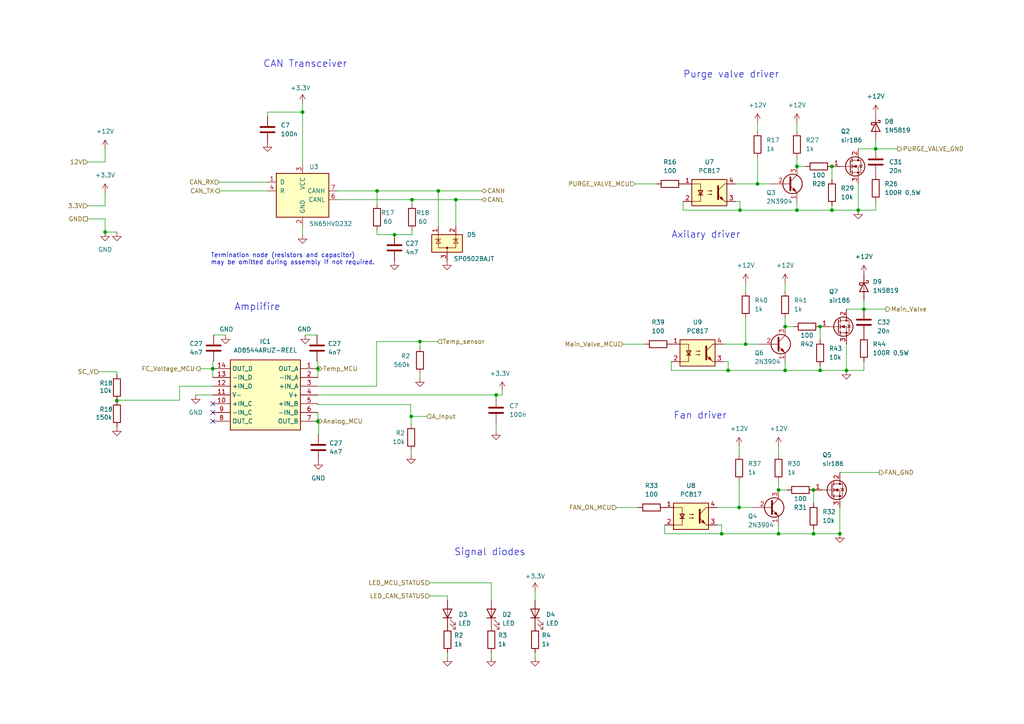
<source format=kicad_sch>
(kicad_sch (version 20230121) (generator eeschema)

  (uuid 9df92369-2505-4e62-b8bf-4ed31fcfe034)

  (paper "A4")

  (title_block
    (title "Fuel Cell Control Unit  (FCCU)")
    (date "2024-01-24")
    (company "Hydrogreen Pollub")
  )

  (lib_symbols
    (symbol "Device:C" (pin_numbers hide) (pin_names (offset 0.254)) (in_bom yes) (on_board yes)
      (property "Reference" "C" (at 0.635 2.54 0)
        (effects (font (size 1.27 1.27)) (justify left))
      )
      (property "Value" "C" (at 0.635 -2.54 0)
        (effects (font (size 1.27 1.27)) (justify left))
      )
      (property "Footprint" "" (at 0.9652 -3.81 0)
        (effects (font (size 1.27 1.27)) hide)
      )
      (property "Datasheet" "~" (at 0 0 0)
        (effects (font (size 1.27 1.27)) hide)
      )
      (property "ki_keywords" "cap capacitor" (at 0 0 0)
        (effects (font (size 1.27 1.27)) hide)
      )
      (property "ki_description" "Unpolarized capacitor" (at 0 0 0)
        (effects (font (size 1.27 1.27)) hide)
      )
      (property "ki_fp_filters" "C_*" (at 0 0 0)
        (effects (font (size 1.27 1.27)) hide)
      )
      (symbol "C_0_1"
        (polyline
          (pts
            (xy -2.032 -0.762)
            (xy 2.032 -0.762)
          )
          (stroke (width 0.508) (type default))
          (fill (type none))
        )
        (polyline
          (pts
            (xy -2.032 0.762)
            (xy 2.032 0.762)
          )
          (stroke (width 0.508) (type default))
          (fill (type none))
        )
      )
      (symbol "C_1_1"
        (pin passive line (at 0 3.81 270) (length 2.794)
          (name "~" (effects (font (size 1.27 1.27))))
          (number "1" (effects (font (size 1.27 1.27))))
        )
        (pin passive line (at 0 -3.81 90) (length 2.794)
          (name "~" (effects (font (size 1.27 1.27))))
          (number "2" (effects (font (size 1.27 1.27))))
        )
      )
    )
    (symbol "Device:LED" (pin_numbers hide) (pin_names (offset 1.016) hide) (in_bom yes) (on_board yes)
      (property "Reference" "D" (at 0 2.54 0)
        (effects (font (size 1.27 1.27)))
      )
      (property "Value" "LED" (at 0 -2.54 0)
        (effects (font (size 1.27 1.27)))
      )
      (property "Footprint" "" (at 0 0 0)
        (effects (font (size 1.27 1.27)) hide)
      )
      (property "Datasheet" "~" (at 0 0 0)
        (effects (font (size 1.27 1.27)) hide)
      )
      (property "ki_keywords" "LED diode" (at 0 0 0)
        (effects (font (size 1.27 1.27)) hide)
      )
      (property "ki_description" "Light emitting diode" (at 0 0 0)
        (effects (font (size 1.27 1.27)) hide)
      )
      (property "ki_fp_filters" "LED* LED_SMD:* LED_THT:*" (at 0 0 0)
        (effects (font (size 1.27 1.27)) hide)
      )
      (symbol "LED_0_1"
        (polyline
          (pts
            (xy -1.27 -1.27)
            (xy -1.27 1.27)
          )
          (stroke (width 0.254) (type default))
          (fill (type none))
        )
        (polyline
          (pts
            (xy -1.27 0)
            (xy 1.27 0)
          )
          (stroke (width 0) (type default))
          (fill (type none))
        )
        (polyline
          (pts
            (xy 1.27 -1.27)
            (xy 1.27 1.27)
            (xy -1.27 0)
            (xy 1.27 -1.27)
          )
          (stroke (width 0.254) (type default))
          (fill (type none))
        )
        (polyline
          (pts
            (xy -3.048 -0.762)
            (xy -4.572 -2.286)
            (xy -3.81 -2.286)
            (xy -4.572 -2.286)
            (xy -4.572 -1.524)
          )
          (stroke (width 0) (type default))
          (fill (type none))
        )
        (polyline
          (pts
            (xy -1.778 -0.762)
            (xy -3.302 -2.286)
            (xy -2.54 -2.286)
            (xy -3.302 -2.286)
            (xy -3.302 -1.524)
          )
          (stroke (width 0) (type default))
          (fill (type none))
        )
      )
      (symbol "LED_1_1"
        (pin passive line (at -3.81 0 0) (length 2.54)
          (name "K" (effects (font (size 1.27 1.27))))
          (number "1" (effects (font (size 1.27 1.27))))
        )
        (pin passive line (at 3.81 0 180) (length 2.54)
          (name "A" (effects (font (size 1.27 1.27))))
          (number "2" (effects (font (size 1.27 1.27))))
        )
      )
    )
    (symbol "Device:R" (pin_numbers hide) (pin_names (offset 0)) (in_bom yes) (on_board yes)
      (property "Reference" "R" (at 2.032 0 90)
        (effects (font (size 1.27 1.27)))
      )
      (property "Value" "R" (at 0 0 90)
        (effects (font (size 1.27 1.27)))
      )
      (property "Footprint" "" (at -1.778 0 90)
        (effects (font (size 1.27 1.27)) hide)
      )
      (property "Datasheet" "~" (at 0 0 0)
        (effects (font (size 1.27 1.27)) hide)
      )
      (property "ki_keywords" "R res resistor" (at 0 0 0)
        (effects (font (size 1.27 1.27)) hide)
      )
      (property "ki_description" "Resistor" (at 0 0 0)
        (effects (font (size 1.27 1.27)) hide)
      )
      (property "ki_fp_filters" "R_*" (at 0 0 0)
        (effects (font (size 1.27 1.27)) hide)
      )
      (symbol "R_0_1"
        (rectangle (start -1.016 -2.54) (end 1.016 2.54)
          (stroke (width 0.254) (type default))
          (fill (type none))
        )
      )
      (symbol "R_1_1"
        (pin passive line (at 0 3.81 270) (length 1.27)
          (name "~" (effects (font (size 1.27 1.27))))
          (number "1" (effects (font (size 1.27 1.27))))
        )
        (pin passive line (at 0 -3.81 90) (length 1.27)
          (name "~" (effects (font (size 1.27 1.27))))
          (number "2" (effects (font (size 1.27 1.27))))
        )
      )
    )
    (symbol "Diode:1N5819" (pin_numbers hide) (pin_names (offset 1.016) hide) (in_bom yes) (on_board yes)
      (property "Reference" "D" (at 0 2.54 0)
        (effects (font (size 1.27 1.27)))
      )
      (property "Value" "1N5819" (at 0 -2.54 0)
        (effects (font (size 1.27 1.27)))
      )
      (property "Footprint" "Diode_THT:D_DO-41_SOD81_P10.16mm_Horizontal" (at 0 -4.445 0)
        (effects (font (size 1.27 1.27)) hide)
      )
      (property "Datasheet" "http://www.vishay.com/docs/88525/1n5817.pdf" (at 0 0 0)
        (effects (font (size 1.27 1.27)) hide)
      )
      (property "ki_keywords" "diode Schottky" (at 0 0 0)
        (effects (font (size 1.27 1.27)) hide)
      )
      (property "ki_description" "40V 1A Schottky Barrier Rectifier Diode, DO-41" (at 0 0 0)
        (effects (font (size 1.27 1.27)) hide)
      )
      (property "ki_fp_filters" "D*DO?41*" (at 0 0 0)
        (effects (font (size 1.27 1.27)) hide)
      )
      (symbol "1N5819_0_1"
        (polyline
          (pts
            (xy 1.27 0)
            (xy -1.27 0)
          )
          (stroke (width 0) (type default))
          (fill (type none))
        )
        (polyline
          (pts
            (xy 1.27 1.27)
            (xy 1.27 -1.27)
            (xy -1.27 0)
            (xy 1.27 1.27)
          )
          (stroke (width 0.254) (type default))
          (fill (type none))
        )
        (polyline
          (pts
            (xy -1.905 0.635)
            (xy -1.905 1.27)
            (xy -1.27 1.27)
            (xy -1.27 -1.27)
            (xy -0.635 -1.27)
            (xy -0.635 -0.635)
          )
          (stroke (width 0.254) (type default))
          (fill (type none))
        )
      )
      (symbol "1N5819_1_1"
        (pin passive line (at -3.81 0 0) (length 2.54)
          (name "K" (effects (font (size 1.27 1.27))))
          (number "1" (effects (font (size 1.27 1.27))))
        )
        (pin passive line (at 3.81 0 180) (length 2.54)
          (name "A" (effects (font (size 1.27 1.27))))
          (number "2" (effects (font (size 1.27 1.27))))
        )
      )
    )
    (symbol "Interface_CAN_LIN:SN65HVD232" (pin_names (offset 1.016)) (in_bom yes) (on_board yes)
      (property "Reference" "U" (at -2.54 10.16 0)
        (effects (font (size 1.27 1.27)) (justify right))
      )
      (property "Value" "SN65HVD232" (at -2.54 7.62 0)
        (effects (font (size 1.27 1.27)) (justify right))
      )
      (property "Footprint" "Package_SO:SOIC-8_3.9x4.9mm_P1.27mm" (at 0 -12.7 0)
        (effects (font (size 1.27 1.27)) hide)
      )
      (property "Datasheet" "http://www.ti.com/lit/ds/symlink/sn65hvd230.pdf" (at -2.54 10.16 0)
        (effects (font (size 1.27 1.27)) hide)
      )
      (property "ki_keywords" "can transeiver ti" (at 0 0 0)
        (effects (font (size 1.27 1.27)) hide)
      )
      (property "ki_description" "CAN Bus Transceivers, 3.3V, 1Mbps, SOIC-8" (at 0 0 0)
        (effects (font (size 1.27 1.27)) hide)
      )
      (property "ki_fp_filters" "SOIC*3.9x4.9mm*P1.27mm*" (at 0 0 0)
        (effects (font (size 1.27 1.27)) hide)
      )
      (symbol "SN65HVD232_0_1"
        (rectangle (start -7.62 5.08) (end 7.62 -7.62)
          (stroke (width 0.254) (type default))
          (fill (type background))
        )
      )
      (symbol "SN65HVD232_1_1"
        (pin input line (at -10.16 2.54 0) (length 2.54)
          (name "D" (effects (font (size 1.27 1.27))))
          (number "1" (effects (font (size 1.27 1.27))))
        )
        (pin power_in line (at 0 -10.16 90) (length 2.54)
          (name "GND" (effects (font (size 1.27 1.27))))
          (number "2" (effects (font (size 1.27 1.27))))
        )
        (pin power_in line (at 0 7.62 270) (length 2.54)
          (name "VCC" (effects (font (size 1.27 1.27))))
          (number "3" (effects (font (size 1.27 1.27))))
        )
        (pin output line (at -10.16 0 0) (length 2.54)
          (name "R" (effects (font (size 1.27 1.27))))
          (number "4" (effects (font (size 1.27 1.27))))
        )
        (pin no_connect line (at -7.62 -2.54 0) (length 2.54) hide
          (name "NC" (effects (font (size 1.27 1.27))))
          (number "5" (effects (font (size 1.27 1.27))))
        )
        (pin bidirectional line (at 10.16 -2.54 180) (length 2.54)
          (name "CANL" (effects (font (size 1.27 1.27))))
          (number "6" (effects (font (size 1.27 1.27))))
        )
        (pin bidirectional line (at 10.16 0 180) (length 2.54)
          (name "CANH" (effects (font (size 1.27 1.27))))
          (number "7" (effects (font (size 1.27 1.27))))
        )
        (pin no_connect line (at -7.62 -5.08 0) (length 2.54) hide
          (name "NC" (effects (font (size 1.27 1.27))))
          (number "8" (effects (font (size 1.27 1.27))))
        )
      )
    )
    (symbol "Isolator:PC817" (pin_names (offset 1.016)) (in_bom yes) (on_board yes)
      (property "Reference" "U" (at -5.08 5.08 0)
        (effects (font (size 1.27 1.27)) (justify left))
      )
      (property "Value" "PC817" (at 0 5.08 0)
        (effects (font (size 1.27 1.27)) (justify left))
      )
      (property "Footprint" "Package_DIP:DIP-4_W7.62mm" (at -5.08 -5.08 0)
        (effects (font (size 1.27 1.27) italic) (justify left) hide)
      )
      (property "Datasheet" "http://www.soselectronic.cz/a_info/resource/d/pc817.pdf" (at 0 0 0)
        (effects (font (size 1.27 1.27)) (justify left) hide)
      )
      (property "ki_keywords" "NPN DC Optocoupler" (at 0 0 0)
        (effects (font (size 1.27 1.27)) hide)
      )
      (property "ki_description" "DC Optocoupler, Vce 35V, CTR 50-300%, DIP-4" (at 0 0 0)
        (effects (font (size 1.27 1.27)) hide)
      )
      (property "ki_fp_filters" "DIP*W7.62mm*" (at 0 0 0)
        (effects (font (size 1.27 1.27)) hide)
      )
      (symbol "PC817_0_1"
        (rectangle (start -5.08 3.81) (end 5.08 -3.81)
          (stroke (width 0.254) (type default))
          (fill (type background))
        )
        (polyline
          (pts
            (xy -3.175 -0.635)
            (xy -1.905 -0.635)
          )
          (stroke (width 0.254) (type default))
          (fill (type none))
        )
        (polyline
          (pts
            (xy 2.54 0.635)
            (xy 4.445 2.54)
          )
          (stroke (width 0) (type default))
          (fill (type none))
        )
        (polyline
          (pts
            (xy 4.445 -2.54)
            (xy 2.54 -0.635)
          )
          (stroke (width 0) (type default))
          (fill (type outline))
        )
        (polyline
          (pts
            (xy 4.445 -2.54)
            (xy 5.08 -2.54)
          )
          (stroke (width 0) (type default))
          (fill (type none))
        )
        (polyline
          (pts
            (xy 4.445 2.54)
            (xy 5.08 2.54)
          )
          (stroke (width 0) (type default))
          (fill (type none))
        )
        (polyline
          (pts
            (xy -5.08 2.54)
            (xy -2.54 2.54)
            (xy -2.54 -0.635)
          )
          (stroke (width 0) (type default))
          (fill (type none))
        )
        (polyline
          (pts
            (xy -2.54 -0.635)
            (xy -2.54 -2.54)
            (xy -5.08 -2.54)
          )
          (stroke (width 0) (type default))
          (fill (type none))
        )
        (polyline
          (pts
            (xy 2.54 1.905)
            (xy 2.54 -1.905)
            (xy 2.54 -1.905)
          )
          (stroke (width 0.508) (type default))
          (fill (type none))
        )
        (polyline
          (pts
            (xy -2.54 -0.635)
            (xy -3.175 0.635)
            (xy -1.905 0.635)
            (xy -2.54 -0.635)
          )
          (stroke (width 0.254) (type default))
          (fill (type none))
        )
        (polyline
          (pts
            (xy -0.508 -0.508)
            (xy 0.762 -0.508)
            (xy 0.381 -0.635)
            (xy 0.381 -0.381)
            (xy 0.762 -0.508)
          )
          (stroke (width 0) (type default))
          (fill (type none))
        )
        (polyline
          (pts
            (xy -0.508 0.508)
            (xy 0.762 0.508)
            (xy 0.381 0.381)
            (xy 0.381 0.635)
            (xy 0.762 0.508)
          )
          (stroke (width 0) (type default))
          (fill (type none))
        )
        (polyline
          (pts
            (xy 3.048 -1.651)
            (xy 3.556 -1.143)
            (xy 4.064 -2.159)
            (xy 3.048 -1.651)
            (xy 3.048 -1.651)
          )
          (stroke (width 0) (type default))
          (fill (type outline))
        )
      )
      (symbol "PC817_1_1"
        (pin passive line (at -7.62 2.54 0) (length 2.54)
          (name "~" (effects (font (size 1.27 1.27))))
          (number "1" (effects (font (size 1.27 1.27))))
        )
        (pin passive line (at -7.62 -2.54 0) (length 2.54)
          (name "~" (effects (font (size 1.27 1.27))))
          (number "2" (effects (font (size 1.27 1.27))))
        )
        (pin passive line (at 7.62 -2.54 180) (length 2.54)
          (name "~" (effects (font (size 1.27 1.27))))
          (number "3" (effects (font (size 1.27 1.27))))
        )
        (pin passive line (at 7.62 2.54 180) (length 2.54)
          (name "~" (effects (font (size 1.27 1.27))))
          (number "4" (effects (font (size 1.27 1.27))))
        )
      )
    )
    (symbol "Power_Protection:SP0502BAJT" (pin_names hide) (in_bom yes) (on_board yes)
      (property "Reference" "D" (at 5.715 2.54 0)
        (effects (font (size 1.27 1.27)) (justify left))
      )
      (property "Value" "SP0502BAJT" (at 5.715 0.635 0)
        (effects (font (size 1.27 1.27)) (justify left))
      )
      (property "Footprint" "Package_TO_SOT_SMD:SOT-323_SC-70" (at 5.715 -1.27 0)
        (effects (font (size 1.27 1.27)) (justify left) hide)
      )
      (property "Datasheet" "http://www.littelfuse.com/~/media/files/littelfuse/technical%20resources/documents/data%20sheets/sp05xxba.pdf" (at 3.175 3.175 0)
        (effects (font (size 1.27 1.27)) hide)
      )
      (property "ki_keywords" "usb esd protection suppression transient" (at 0 0 0)
        (effects (font (size 1.27 1.27)) hide)
      )
      (property "ki_description" "TVS Diode Array, 5.5V Standoff, 2 Channels, SC-70 package" (at 0 0 0)
        (effects (font (size 1.27 1.27)) hide)
      )
      (property "ki_fp_filters" "SOT?323*" (at 0 0 0)
        (effects (font (size 1.27 1.27)) hide)
      )
      (symbol "SP0502BAJT_0_0"
        (pin passive line (at 0 -5.08 90) (length 2.54)
          (name "A" (effects (font (size 1.27 1.27))))
          (number "3" (effects (font (size 1.27 1.27))))
        )
      )
      (symbol "SP0502BAJT_0_1"
        (rectangle (start -4.445 2.54) (end 4.445 -2.54)
          (stroke (width 0.254) (type default))
          (fill (type background))
        )
        (circle (center 0 -1.27) (radius 0.254)
          (stroke (width 0) (type default))
          (fill (type outline))
        )
        (polyline
          (pts
            (xy -2.54 2.54)
            (xy -2.54 1.27)
          )
          (stroke (width 0) (type default))
          (fill (type none))
        )
        (polyline
          (pts
            (xy 0 -1.27)
            (xy 0 -2.54)
          )
          (stroke (width 0) (type default))
          (fill (type none))
        )
        (polyline
          (pts
            (xy 2.54 2.54)
            (xy 2.54 1.27)
          )
          (stroke (width 0) (type default))
          (fill (type none))
        )
        (polyline
          (pts
            (xy -3.302 1.016)
            (xy -3.302 1.27)
            (xy -1.905 1.27)
            (xy -1.778 1.27)
          )
          (stroke (width 0) (type default))
          (fill (type none))
        )
        (polyline
          (pts
            (xy -2.54 1.27)
            (xy -2.54 -1.27)
            (xy 2.54 -1.27)
            (xy 2.54 1.27)
          )
          (stroke (width 0) (type default))
          (fill (type none))
        )
        (polyline
          (pts
            (xy -2.54 1.27)
            (xy -1.905 0)
            (xy -3.175 0)
            (xy -2.54 1.27)
          )
          (stroke (width 0) (type default))
          (fill (type none))
        )
        (polyline
          (pts
            (xy 1.778 1.016)
            (xy 1.778 1.27)
            (xy 3.175 1.27)
            (xy 3.302 1.27)
          )
          (stroke (width 0) (type default))
          (fill (type none))
        )
        (polyline
          (pts
            (xy 2.54 1.27)
            (xy 1.905 0)
            (xy 3.175 0)
            (xy 2.54 1.27)
          )
          (stroke (width 0) (type default))
          (fill (type none))
        )
      )
      (symbol "SP0502BAJT_1_1"
        (pin passive line (at -2.54 5.08 270) (length 2.54)
          (name "K" (effects (font (size 1.27 1.27))))
          (number "1" (effects (font (size 1.27 1.27))))
        )
        (pin passive line (at 2.54 5.08 270) (length 2.54)
          (name "K" (effects (font (size 1.27 1.27))))
          (number "2" (effects (font (size 1.27 1.27))))
        )
      )
    )
    (symbol "Transistor_BJT:2N3904" (pin_names (offset 0) hide) (in_bom yes) (on_board yes)
      (property "Reference" "Q" (at 5.08 1.905 0)
        (effects (font (size 1.27 1.27)) (justify left))
      )
      (property "Value" "2N3904" (at 5.08 0 0)
        (effects (font (size 1.27 1.27)) (justify left))
      )
      (property "Footprint" "Package_TO_SOT_THT:TO-92_Inline" (at 5.08 -1.905 0)
        (effects (font (size 1.27 1.27) italic) (justify left) hide)
      )
      (property "Datasheet" "https://www.onsemi.com/pub/Collateral/2N3903-D.PDF" (at 0 0 0)
        (effects (font (size 1.27 1.27)) (justify left) hide)
      )
      (property "ki_keywords" "NPN Transistor" (at 0 0 0)
        (effects (font (size 1.27 1.27)) hide)
      )
      (property "ki_description" "0.2A Ic, 40V Vce, Small Signal NPN Transistor, TO-92" (at 0 0 0)
        (effects (font (size 1.27 1.27)) hide)
      )
      (property "ki_fp_filters" "TO?92*" (at 0 0 0)
        (effects (font (size 1.27 1.27)) hide)
      )
      (symbol "2N3904_0_1"
        (polyline
          (pts
            (xy 0.635 0.635)
            (xy 2.54 2.54)
          )
          (stroke (width 0) (type default))
          (fill (type none))
        )
        (polyline
          (pts
            (xy 0.635 -0.635)
            (xy 2.54 -2.54)
            (xy 2.54 -2.54)
          )
          (stroke (width 0) (type default))
          (fill (type none))
        )
        (polyline
          (pts
            (xy 0.635 1.905)
            (xy 0.635 -1.905)
            (xy 0.635 -1.905)
          )
          (stroke (width 0.508) (type default))
          (fill (type none))
        )
        (polyline
          (pts
            (xy 1.27 -1.778)
            (xy 1.778 -1.27)
            (xy 2.286 -2.286)
            (xy 1.27 -1.778)
            (xy 1.27 -1.778)
          )
          (stroke (width 0) (type default))
          (fill (type outline))
        )
        (circle (center 1.27 0) (radius 2.8194)
          (stroke (width 0.254) (type default))
          (fill (type none))
        )
      )
      (symbol "2N3904_1_1"
        (pin passive line (at 2.54 -5.08 90) (length 2.54)
          (name "E" (effects (font (size 1.27 1.27))))
          (number "1" (effects (font (size 1.27 1.27))))
        )
        (pin passive line (at -5.08 0 0) (length 5.715)
          (name "B" (effects (font (size 1.27 1.27))))
          (number "2" (effects (font (size 1.27 1.27))))
        )
        (pin passive line (at 2.54 5.08 270) (length 2.54)
          (name "C" (effects (font (size 1.27 1.27))))
          (number "3" (effects (font (size 1.27 1.27))))
        )
      )
    )
    (symbol "Transistor_FET:IRLZ44N" (pin_names hide) (in_bom yes) (on_board yes)
      (property "Reference" "Q" (at 6.35 1.905 0)
        (effects (font (size 1.27 1.27)) (justify left))
      )
      (property "Value" "IRLZ44N" (at 6.35 0 0)
        (effects (font (size 1.27 1.27)) (justify left))
      )
      (property "Footprint" "Package_TO_SOT_THT:TO-220-3_Vertical" (at 6.35 -1.905 0)
        (effects (font (size 1.27 1.27) italic) (justify left) hide)
      )
      (property "Datasheet" "http://www.irf.com/product-info/datasheets/data/irlz44n.pdf" (at 0 0 0)
        (effects (font (size 1.27 1.27)) (justify left) hide)
      )
      (property "ki_keywords" "N-Channel HEXFET MOSFET Logic-Level" (at 0 0 0)
        (effects (font (size 1.27 1.27)) hide)
      )
      (property "ki_description" "47A Id, 55V Vds, 22mOhm Rds Single N-Channel HEXFET Power MOSFET, TO-220AB" (at 0 0 0)
        (effects (font (size 1.27 1.27)) hide)
      )
      (property "ki_fp_filters" "TO?220*" (at 0 0 0)
        (effects (font (size 1.27 1.27)) hide)
      )
      (symbol "IRLZ44N_0_1"
        (polyline
          (pts
            (xy 0.254 0)
            (xy -2.54 0)
          )
          (stroke (width 0) (type default))
          (fill (type none))
        )
        (polyline
          (pts
            (xy 0.254 1.905)
            (xy 0.254 -1.905)
          )
          (stroke (width 0.254) (type default))
          (fill (type none))
        )
        (polyline
          (pts
            (xy 0.762 -1.27)
            (xy 0.762 -2.286)
          )
          (stroke (width 0.254) (type default))
          (fill (type none))
        )
        (polyline
          (pts
            (xy 0.762 0.508)
            (xy 0.762 -0.508)
          )
          (stroke (width 0.254) (type default))
          (fill (type none))
        )
        (polyline
          (pts
            (xy 0.762 2.286)
            (xy 0.762 1.27)
          )
          (stroke (width 0.254) (type default))
          (fill (type none))
        )
        (polyline
          (pts
            (xy 2.54 2.54)
            (xy 2.54 1.778)
          )
          (stroke (width 0) (type default))
          (fill (type none))
        )
        (polyline
          (pts
            (xy 2.54 -2.54)
            (xy 2.54 0)
            (xy 0.762 0)
          )
          (stroke (width 0) (type default))
          (fill (type none))
        )
        (polyline
          (pts
            (xy 0.762 -1.778)
            (xy 3.302 -1.778)
            (xy 3.302 1.778)
            (xy 0.762 1.778)
          )
          (stroke (width 0) (type default))
          (fill (type none))
        )
        (polyline
          (pts
            (xy 1.016 0)
            (xy 2.032 0.381)
            (xy 2.032 -0.381)
            (xy 1.016 0)
          )
          (stroke (width 0) (type default))
          (fill (type outline))
        )
        (polyline
          (pts
            (xy 2.794 0.508)
            (xy 2.921 0.381)
            (xy 3.683 0.381)
            (xy 3.81 0.254)
          )
          (stroke (width 0) (type default))
          (fill (type none))
        )
        (polyline
          (pts
            (xy 3.302 0.381)
            (xy 2.921 -0.254)
            (xy 3.683 -0.254)
            (xy 3.302 0.381)
          )
          (stroke (width 0) (type default))
          (fill (type none))
        )
        (circle (center 1.651 0) (radius 2.794)
          (stroke (width 0.254) (type default))
          (fill (type none))
        )
        (circle (center 2.54 -1.778) (radius 0.254)
          (stroke (width 0) (type default))
          (fill (type outline))
        )
        (circle (center 2.54 1.778) (radius 0.254)
          (stroke (width 0) (type default))
          (fill (type outline))
        )
      )
      (symbol "IRLZ44N_1_1"
        (pin input line (at -5.08 0 0) (length 2.54)
          (name "G" (effects (font (size 1.27 1.27))))
          (number "1" (effects (font (size 1.27 1.27))))
        )
        (pin passive line (at 2.54 5.08 270) (length 2.54)
          (name "D" (effects (font (size 1.27 1.27))))
          (number "2" (effects (font (size 1.27 1.27))))
        )
        (pin passive line (at 2.54 -5.08 90) (length 2.54)
          (name "S" (effects (font (size 1.27 1.27))))
          (number "3" (effects (font (size 1.27 1.27))))
        )
      )
    )
    (symbol "ad8544:AD8544ARUZ-REEL" (in_bom yes) (on_board yes)
      (property "Reference" "IC" (at 26.67 7.62 0)
        (effects (font (size 1.27 1.27)) (justify left top))
      )
      (property "Value" "AD8544ARUZ-REEL" (at 26.67 5.08 0)
        (effects (font (size 1.27 1.27)) (justify left top))
      )
      (property "Footprint" "SOP65P640X120-14N" (at 26.67 -94.92 0)
        (effects (font (size 1.27 1.27)) (justify left top) hide)
      )
      (property "Datasheet" "https://www.analog.com/media/en/technical-documentation/data-sheets/ad8541_8542_8544.pdf" (at 26.67 -194.92 0)
        (effects (font (size 1.27 1.27)) (justify left top) hide)
      )
      (property "Height" "1.2" (at 26.67 -394.92 0)
        (effects (font (size 1.27 1.27)) (justify left top) hide)
      )
      (property "Mouser Part Number" "584-AD8544ARUZ-R" (at 26.67 -494.92 0)
        (effects (font (size 1.27 1.27)) (justify left top) hide)
      )
      (property "Mouser Price/Stock" "https://www.mouser.co.uk/ProductDetail/Analog-Devices/AD8544ARUZ-REEL?qs=%2FtpEQrCGXCzshxYletFRHw%3D%3D" (at 26.67 -594.92 0)
        (effects (font (size 1.27 1.27)) (justify left top) hide)
      )
      (property "Manufacturer_Name" "Analog Devices" (at 26.67 -694.92 0)
        (effects (font (size 1.27 1.27)) (justify left top) hide)
      )
      (property "Manufacturer_Part_Number" "AD8544ARUZ-REEL" (at 26.67 -794.92 0)
        (effects (font (size 1.27 1.27)) (justify left top) hide)
      )
      (property "ki_description" "Analog Devices AD8544ARUZ-REEL, Quad CMOS Op Amp, 0.98MHz Rail-Rail, 2.7  5.5 V, 14-Pin TSSOP" (at 0 0 0)
        (effects (font (size 1.27 1.27)) hide)
      )
      (symbol "AD8544ARUZ-REEL_1_1"
        (rectangle (start 5.08 2.54) (end 25.4 -17.78)
          (stroke (width 0.254) (type default))
          (fill (type background))
        )
        (pin passive line (at 0 0 0) (length 5.08)
          (name "OUT_A" (effects (font (size 1.27 1.27))))
          (number "1" (effects (font (size 1.27 1.27))))
        )
        (pin passive line (at 30.48 -10.16 180) (length 5.08)
          (name "+IN_C" (effects (font (size 1.27 1.27))))
          (number "10" (effects (font (size 1.27 1.27))))
        )
        (pin passive line (at 30.48 -7.62 180) (length 5.08)
          (name "V-" (effects (font (size 1.27 1.27))))
          (number "11" (effects (font (size 1.27 1.27))))
        )
        (pin passive line (at 30.48 -5.08 180) (length 5.08)
          (name "+IN_D" (effects (font (size 1.27 1.27))))
          (number "12" (effects (font (size 1.27 1.27))))
        )
        (pin passive line (at 30.48 -2.54 180) (length 5.08)
          (name "-IN_D" (effects (font (size 1.27 1.27))))
          (number "13" (effects (font (size 1.27 1.27))))
        )
        (pin passive line (at 30.48 0 180) (length 5.08)
          (name "OUT_D" (effects (font (size 1.27 1.27))))
          (number "14" (effects (font (size 1.27 1.27))))
        )
        (pin passive line (at 0 -2.54 0) (length 5.08)
          (name "-IN_A" (effects (font (size 1.27 1.27))))
          (number "2" (effects (font (size 1.27 1.27))))
        )
        (pin passive line (at 0 -5.08 0) (length 5.08)
          (name "+IN_A" (effects (font (size 1.27 1.27))))
          (number "3" (effects (font (size 1.27 1.27))))
        )
        (pin passive line (at 0 -7.62 0) (length 5.08)
          (name "V+" (effects (font (size 1.27 1.27))))
          (number "4" (effects (font (size 1.27 1.27))))
        )
        (pin passive line (at 0 -10.16 0) (length 5.08)
          (name "+IN_B" (effects (font (size 1.27 1.27))))
          (number "5" (effects (font (size 1.27 1.27))))
        )
        (pin passive line (at 0 -12.7 0) (length 5.08)
          (name "-IN_B" (effects (font (size 1.27 1.27))))
          (number "6" (effects (font (size 1.27 1.27))))
        )
        (pin passive line (at 0 -15.24 0) (length 5.08)
          (name "OUT_B" (effects (font (size 1.27 1.27))))
          (number "7" (effects (font (size 1.27 1.27))))
        )
        (pin passive line (at 30.48 -15.24 180) (length 5.08)
          (name "OUT_C" (effects (font (size 1.27 1.27))))
          (number "8" (effects (font (size 1.27 1.27))))
        )
        (pin passive line (at 30.48 -12.7 180) (length 5.08)
          (name "-IN_C" (effects (font (size 1.27 1.27))))
          (number "9" (effects (font (size 1.27 1.27))))
        )
      )
    )
    (symbol "power:+12V" (power) (pin_names (offset 0)) (in_bom yes) (on_board yes)
      (property "Reference" "#PWR" (at 0 -3.81 0)
        (effects (font (size 1.27 1.27)) hide)
      )
      (property "Value" "+12V" (at 0 3.556 0)
        (effects (font (size 1.27 1.27)))
      )
      (property "Footprint" "" (at 0 0 0)
        (effects (font (size 1.27 1.27)) hide)
      )
      (property "Datasheet" "" (at 0 0 0)
        (effects (font (size 1.27 1.27)) hide)
      )
      (property "ki_keywords" "global power" (at 0 0 0)
        (effects (font (size 1.27 1.27)) hide)
      )
      (property "ki_description" "Power symbol creates a global label with name \"+12V\"" (at 0 0 0)
        (effects (font (size 1.27 1.27)) hide)
      )
      (symbol "+12V_0_1"
        (polyline
          (pts
            (xy -0.762 1.27)
            (xy 0 2.54)
          )
          (stroke (width 0) (type default))
          (fill (type none))
        )
        (polyline
          (pts
            (xy 0 0)
            (xy 0 2.54)
          )
          (stroke (width 0) (type default))
          (fill (type none))
        )
        (polyline
          (pts
            (xy 0 2.54)
            (xy 0.762 1.27)
          )
          (stroke (width 0) (type default))
          (fill (type none))
        )
      )
      (symbol "+12V_1_1"
        (pin power_in line (at 0 0 90) (length 0) hide
          (name "+12V" (effects (font (size 1.27 1.27))))
          (number "1" (effects (font (size 1.27 1.27))))
        )
      )
    )
    (symbol "power:+3.3V" (power) (pin_names (offset 0)) (in_bom yes) (on_board yes)
      (property "Reference" "#PWR" (at 0 -3.81 0)
        (effects (font (size 1.27 1.27)) hide)
      )
      (property "Value" "+3.3V" (at 0 3.556 0)
        (effects (font (size 1.27 1.27)))
      )
      (property "Footprint" "" (at 0 0 0)
        (effects (font (size 1.27 1.27)) hide)
      )
      (property "Datasheet" "" (at 0 0 0)
        (effects (font (size 1.27 1.27)) hide)
      )
      (property "ki_keywords" "global power" (at 0 0 0)
        (effects (font (size 1.27 1.27)) hide)
      )
      (property "ki_description" "Power symbol creates a global label with name \"+3.3V\"" (at 0 0 0)
        (effects (font (size 1.27 1.27)) hide)
      )
      (symbol "+3.3V_0_1"
        (polyline
          (pts
            (xy -0.762 1.27)
            (xy 0 2.54)
          )
          (stroke (width 0) (type default))
          (fill (type none))
        )
        (polyline
          (pts
            (xy 0 0)
            (xy 0 2.54)
          )
          (stroke (width 0) (type default))
          (fill (type none))
        )
        (polyline
          (pts
            (xy 0 2.54)
            (xy 0.762 1.27)
          )
          (stroke (width 0) (type default))
          (fill (type none))
        )
      )
      (symbol "+3.3V_1_1"
        (pin power_in line (at 0 0 90) (length 0) hide
          (name "+3.3V" (effects (font (size 1.27 1.27))))
          (number "1" (effects (font (size 1.27 1.27))))
        )
      )
    )
    (symbol "power:GND" (power) (pin_names (offset 0)) (in_bom yes) (on_board yes)
      (property "Reference" "#PWR" (at 0 -6.35 0)
        (effects (font (size 1.27 1.27)) hide)
      )
      (property "Value" "GND" (at 0 -3.81 0)
        (effects (font (size 1.27 1.27)))
      )
      (property "Footprint" "" (at 0 0 0)
        (effects (font (size 1.27 1.27)) hide)
      )
      (property "Datasheet" "" (at 0 0 0)
        (effects (font (size 1.27 1.27)) hide)
      )
      (property "ki_keywords" "global power" (at 0 0 0)
        (effects (font (size 1.27 1.27)) hide)
      )
      (property "ki_description" "Power symbol creates a global label with name \"GND\" , ground" (at 0 0 0)
        (effects (font (size 1.27 1.27)) hide)
      )
      (symbol "GND_0_1"
        (polyline
          (pts
            (xy 0 0)
            (xy 0 -1.27)
            (xy 1.27 -1.27)
            (xy 0 -2.54)
            (xy -1.27 -1.27)
            (xy 0 -1.27)
          )
          (stroke (width 0) (type default))
          (fill (type none))
        )
      )
      (symbol "GND_1_1"
        (pin power_in line (at 0 0 270) (length 0) hide
          (name "GND" (effects (font (size 1.27 1.27))))
          (number "1" (effects (font (size 1.27 1.27))))
        )
      )
    )
  )

  (junction (at 235.966 154.813) (diameter 0) (color 0 0 0 0)
    (uuid 01fa9a99-dcd1-4355-b023-98c28a0708fc)
  )
  (junction (at 231.14 48.26) (diameter 0) (color 0 0 0 0)
    (uuid 04eb00f3-433b-4f31-b6b1-c2409e5fddc2)
  )
  (junction (at 243.586 154.813) (diameter 0) (color 0 0 0 0)
    (uuid 0b3d6b87-1ca8-41c2-8949-cd43c8b5c99b)
  )
  (junction (at 254 43.18) (diameter 0) (color 0 0 0 0)
    (uuid 101ac87a-54f3-40d6-bd75-70b420b8061c)
  )
  (junction (at 61.722 106.934) (diameter 0) (color 0 0 0 0)
    (uuid 16fffc73-5ab3-4c17-8d76-359969a23608)
  )
  (junction (at 92.202 122.174) (diameter 0) (color 0 0 0 0)
    (uuid 1a9e081a-3ffd-4d8e-a07b-4f603eb17680)
  )
  (junction (at 216.281 99.822) (diameter 0) (color 0 0 0 0)
    (uuid 1cce623d-d7fd-4f23-9a5d-81441e98ace9)
  )
  (junction (at 119.507 57.912) (diameter 0) (color 0 0 0 0)
    (uuid 22c2e224-780d-4df2-8444-fd74a19a07b4)
  )
  (junction (at 225.806 154.813) (diameter 0) (color 0 0 0 0)
    (uuid 242b175a-4e3d-4af3-9bc6-a84b43f3e9bb)
  )
  (junction (at 109.347 55.372) (diameter 0) (color 0 0 0 0)
    (uuid 27e4f171-7221-4bcc-b5ff-92443f981121)
  )
  (junction (at 214.376 147.193) (diameter 0) (color 0 0 0 0)
    (uuid 2c9566ef-4388-4eb4-b795-ba3d5af95a51)
  )
  (junction (at 237.871 107.442) (diameter 0) (color 0 0 0 0)
    (uuid 3bb98bba-9059-4a06-8149-2b4a54f15c0a)
  )
  (junction (at 114.427 68.072) (diameter 0) (color 0 0 0 0)
    (uuid 436b6db8-0f31-4289-bf11-2db2934a3136)
  )
  (junction (at 33.909 116.205) (diameter 0) (color 0 0 0 0)
    (uuid 5073208c-d28a-471d-a87e-b43e35cf6478)
  )
  (junction (at 143.891 114.554) (diameter 0) (color 0 0 0 0)
    (uuid 585150f3-dc83-48e4-8c7a-475614b86760)
  )
  (junction (at 92.202 106.934) (diameter 0) (color 0 0 0 0)
    (uuid 59bac155-cce0-4658-b67c-1b13b1be3c96)
  )
  (junction (at 241.3 60.96) (diameter 0) (color 0 0 0 0)
    (uuid 5c6e08b3-0ec2-4b8b-ad4e-de49d43d659a)
  )
  (junction (at 235.966 142.113) (diameter 0) (color 0 0 0 0)
    (uuid 6400dc1a-7b0c-4215-aa04-fa7064b06994)
  )
  (junction (at 237.871 94.742) (diameter 0) (color 0 0 0 0)
    (uuid 6759cf2a-48ca-4d6a-b4c6-73d0b0d9ac46)
  )
  (junction (at 211.201 107.442) (diameter 0) (color 0 0 0 0)
    (uuid 6827d712-aa6b-4f64-8996-492e38133ec6)
  )
  (junction (at 248.92 60.96) (diameter 0) (color 0 0 0 0)
    (uuid 753445f6-a232-47e0-a03b-a67a88af46b7)
  )
  (junction (at 241.3 48.26) (diameter 0) (color 0 0 0 0)
    (uuid 789ad71a-6e02-419d-a522-4974619ae028)
  )
  (junction (at 227.711 107.442) (diameter 0) (color 0 0 0 0)
    (uuid 8eaea3be-99e3-4dac-887f-4841e24a154f)
  )
  (junction (at 132.207 57.912) (diameter 0) (color 0 0 0 0)
    (uuid 906094f0-4002-4624-93da-33002df724df)
  )
  (junction (at 227.711 94.742) (diameter 0) (color 0 0 0 0)
    (uuid 95356742-cce9-468f-b8d8-bc0ecfe07b89)
  )
  (junction (at 214.63 60.96) (diameter 0) (color 0 0 0 0)
    (uuid a39eee68-2fbd-4521-a010-fd90065b47fd)
  )
  (junction (at 231.14 60.96) (diameter 0) (color 0 0 0 0)
    (uuid a5e1d5a0-a11c-48ba-9ed6-93b3a1d18484)
  )
  (junction (at 209.296 154.813) (diameter 0) (color 0 0 0 0)
    (uuid b384baf2-ab39-4709-91b2-e5c2ecf61939)
  )
  (junction (at 87.757 32.512) (diameter 0) (color 0 0 0 0)
    (uuid b74f5fe7-1a79-4a91-b2b8-9fc633e2c114)
  )
  (junction (at 219.71 53.34) (diameter 0) (color 0 0 0 0)
    (uuid be9f072f-70d7-41bf-b746-f7d5886eed27)
  )
  (junction (at 119.253 120.777) (diameter 0) (color 0 0 0 0)
    (uuid c0177a7d-def0-4451-a054-5d7b592793cd)
  )
  (junction (at 250.571 89.662) (diameter 0) (color 0 0 0 0)
    (uuid d06b7f31-f054-49ce-9d7e-1b1ab75ec089)
  )
  (junction (at 30.48 67.31) (diameter 0) (color 0 0 0 0)
    (uuid f29814db-3f5a-47eb-9d52-c74c8a7d1a69)
  )
  (junction (at 225.806 142.113) (diameter 0) (color 0 0 0 0)
    (uuid f346d4a2-3764-4a4f-9ae9-889048f2eef5)
  )
  (junction (at 127.127 55.372) (diameter 0) (color 0 0 0 0)
    (uuid f9091475-13fd-4b0e-bd68-643e1080e06d)
  )
  (junction (at 245.491 107.442) (diameter 0) (color 0 0 0 0)
    (uuid fc907f26-7444-4802-88ac-ae2e5a8a4a24)
  )
  (junction (at 121.793 99.06) (diameter 0) (color 0 0 0 0)
    (uuid fd4375cd-8ceb-4f90-9053-9f31bce3956c)
  )

  (no_connect (at 61.722 119.634) (uuid 6b4ee36d-f907-4bfc-9a6b-029f2052be2e))
  (no_connect (at 61.722 122.174) (uuid dabf51ed-a428-4580-b7b1-9095ff6ae1ba))
  (no_connect (at 61.722 117.094) (uuid eacf33c3-6b37-465d-a9d3-7eec0d1dd2e6))

  (wire (pts (xy 142.494 169.037) (xy 142.494 174.117))
    (stroke (width 0) (type default))
    (uuid 011d184c-321e-4c66-a589-2b008794aa99)
  )
  (wire (pts (xy 109.347 68.072) (xy 109.347 66.802))
    (stroke (width 0) (type default))
    (uuid 013335cf-b106-4bd9-90ac-bc19c2c0ee28)
  )
  (wire (pts (xy 241.3 60.96) (xy 248.92 60.96))
    (stroke (width 0) (type default))
    (uuid 0304262b-6176-465a-a764-fa737ea5f770)
  )
  (wire (pts (xy 123.698 120.777) (xy 119.253 120.777))
    (stroke (width 0) (type default))
    (uuid 042d8ecb-2e1e-4aa6-b9e4-3c82de0308dd)
  )
  (wire (pts (xy 245.491 99.822) (xy 245.491 107.442))
    (stroke (width 0) (type default))
    (uuid 04eb353c-c25f-4f1d-b0ec-bc932f1e4705)
  )
  (wire (pts (xy 124.714 169.037) (xy 142.494 169.037))
    (stroke (width 0) (type default))
    (uuid 06939583-f930-4688-a1ee-417c99e57a90)
  )
  (wire (pts (xy 92.202 104.775) (xy 92.202 106.934))
    (stroke (width 0) (type default))
    (uuid 0a7c98a4-9098-4552-a2a5-280e39065258)
  )
  (wire (pts (xy 121.793 100.711) (xy 121.793 99.06))
    (stroke (width 0) (type default))
    (uuid 0b98ffa0-16b9-4d73-9b3a-eb8ffbe518b0)
  )
  (wire (pts (xy 209.296 152.273) (xy 209.296 154.813))
    (stroke (width 0) (type default))
    (uuid 0becf45c-0775-49dd-8d45-94cfcfb1be7e)
  )
  (wire (pts (xy 214.63 58.42) (xy 213.36 58.42))
    (stroke (width 0) (type default))
    (uuid 0c904c23-31d1-483e-9064-66608108695e)
  )
  (wire (pts (xy 231.14 48.26) (xy 233.68 48.26))
    (stroke (width 0) (type default))
    (uuid 0cf76874-85c4-4814-b3fb-eb281ba31a97)
  )
  (wire (pts (xy 87.757 29.972) (xy 87.757 32.512))
    (stroke (width 0) (type default))
    (uuid 11890245-f85e-4e63-9151-c44a31cc7e08)
  )
  (wire (pts (xy 254 60.96) (xy 254 58.42))
    (stroke (width 0) (type default))
    (uuid 13880b7c-c75a-4622-bfbe-228432ec19de)
  )
  (wire (pts (xy 225.806 139.573) (xy 225.806 142.113))
    (stroke (width 0) (type default))
    (uuid 14c61638-18fd-44c2-bcd5-3061fc7b6e1e)
  )
  (wire (pts (xy 231.14 45.72) (xy 231.14 48.26))
    (stroke (width 0) (type default))
    (uuid 1a7650cc-6ad7-42a8-889b-38c5cc509451)
  )
  (wire (pts (xy 216.281 99.822) (xy 220.091 99.822))
    (stroke (width 0) (type default))
    (uuid 2043af6a-07fb-4051-9273-8ece7fcbd550)
  )
  (wire (pts (xy 227.711 104.902) (xy 227.711 107.442))
    (stroke (width 0) (type default))
    (uuid 20bd81ec-aa46-4e10-be96-d5f6cb5eb21f)
  )
  (wire (pts (xy 92.202 119.634) (xy 92.202 122.174))
    (stroke (width 0) (type default))
    (uuid 22782bae-6c84-46e7-a789-274a70d35288)
  )
  (wire (pts (xy 214.63 60.96) (xy 231.14 60.96))
    (stroke (width 0) (type default))
    (uuid 23ba484e-800d-44c5-b02d-01e1560d845a)
  )
  (wire (pts (xy 65.405 97.155) (xy 61.976 97.155))
    (stroke (width 0) (type default))
    (uuid 2544e699-6849-487d-a942-42114006cc57)
  )
  (wire (pts (xy 33.909 116.078) (xy 52.07 116.078))
    (stroke (width 0) (type default))
    (uuid 26e41a67-b17f-4ec2-a5e0-678935732036)
  )
  (wire (pts (xy 198.12 58.42) (xy 198.12 60.96))
    (stroke (width 0) (type default))
    (uuid 27b607ae-8d9b-4029-ba33-4b801929cd71)
  )
  (wire (pts (xy 209.296 154.813) (xy 225.806 154.813))
    (stroke (width 0) (type default))
    (uuid 2991c471-9847-4b9d-90c3-4d26a8bc7e10)
  )
  (wire (pts (xy 119.253 130.683) (xy 119.253 131.953))
    (stroke (width 0) (type default))
    (uuid 2e03f94f-cefe-47e1-8206-a10ae8305e69)
  )
  (wire (pts (xy 227.711 92.202) (xy 227.711 94.742))
    (stroke (width 0) (type default))
    (uuid 2e0e1f38-130c-49f6-b90a-45e66de01604)
  )
  (wire (pts (xy 143.891 122.809) (xy 143.891 124.968))
    (stroke (width 0) (type default))
    (uuid 30a6adbb-fd1a-4174-8c17-593b3387443c)
  )
  (wire (pts (xy 109.347 55.372) (xy 109.347 59.182))
    (stroke (width 0) (type default))
    (uuid 30aed34d-12f9-493a-b421-2e2be4c68c59)
  )
  (wire (pts (xy 192.786 154.813) (xy 209.296 154.813))
    (stroke (width 0) (type default))
    (uuid 34207fa9-ebe5-4e2e-be53-ed1d85185e6c)
  )
  (wire (pts (xy 142.494 189.357) (xy 142.494 190.627))
    (stroke (width 0) (type default))
    (uuid 3f413756-99a0-464f-8726-29df8749d46a)
  )
  (wire (pts (xy 235.966 142.113) (xy 235.966 145.923))
    (stroke (width 0) (type default))
    (uuid 3f71b4a6-c4a4-471b-adfc-c74dea1e8d50)
  )
  (wire (pts (xy 119.507 57.912) (xy 119.507 59.182))
    (stroke (width 0) (type default))
    (uuid 40448433-5558-4587-8105-ad5dafc235fa)
  )
  (wire (pts (xy 132.207 57.912) (xy 139.827 57.912))
    (stroke (width 0) (type default))
    (uuid 41e1d44e-4d11-4514-9a7a-9b66bf4f8d32)
  )
  (wire (pts (xy 92.202 114.554) (xy 143.891 114.554))
    (stroke (width 0) (type default))
    (uuid 43988c62-1b5c-4637-8e0a-4a9cd0c54cbb)
  )
  (wire (pts (xy 109.347 55.372) (xy 127.127 55.372))
    (stroke (width 0) (type default))
    (uuid 465a1869-d187-40d7-8483-a511f0a413f0)
  )
  (wire (pts (xy 92.202 117.348) (xy 92.202 117.094))
    (stroke (width 0) (type default))
    (uuid 4b84a89b-504b-47d5-b546-5121fb96ed64)
  )
  (wire (pts (xy 225.806 154.813) (xy 235.966 154.813))
    (stroke (width 0) (type default))
    (uuid 4c580a5e-8d3b-4b8a-b44e-4f4492de4a51)
  )
  (wire (pts (xy 237.871 106.172) (xy 237.871 107.442))
    (stroke (width 0) (type default))
    (uuid 4c8b15e5-f845-44fc-8ed5-69983aa677be)
  )
  (wire (pts (xy 119.253 123.063) (xy 119.253 120.777))
    (stroke (width 0) (type default))
    (uuid 53d3d2e2-1642-4bbe-8eb9-9d989cbfd6f0)
  )
  (wire (pts (xy 235.966 153.543) (xy 235.966 154.813))
    (stroke (width 0) (type default))
    (uuid 54c290f3-ddaf-4dbf-8c9a-db882e944b46)
  )
  (wire (pts (xy 198.12 60.96) (xy 214.63 60.96))
    (stroke (width 0) (type default))
    (uuid 55c3e466-1fff-4b97-b007-ed3f6a368aef)
  )
  (wire (pts (xy 225.806 152.273) (xy 225.806 154.813))
    (stroke (width 0) (type default))
    (uuid 56a1df2c-d465-4ee8-84e3-68aa50934860)
  )
  (wire (pts (xy 61.722 104.775) (xy 61.722 106.934))
    (stroke (width 0) (type default))
    (uuid 5719706a-de08-47c4-83dc-421e58f41252)
  )
  (wire (pts (xy 219.71 35.56) (xy 219.71 38.1))
    (stroke (width 0) (type default))
    (uuid 574fd40e-60df-4a83-a252-91ef55e9fbc1)
  )
  (wire (pts (xy 127.127 55.372) (xy 139.827 55.372))
    (stroke (width 0) (type default))
    (uuid 59b72b72-d346-4368-90cf-3c5834764867)
  )
  (wire (pts (xy 25.4 63.5) (xy 30.48 63.5))
    (stroke (width 0) (type default))
    (uuid 5d1d370b-874e-4416-ac61-57f9699f3613)
  )
  (wire (pts (xy 114.427 68.072) (xy 119.507 68.072))
    (stroke (width 0) (type default))
    (uuid 5e1b3c5d-8a79-4420-a23c-edc7d872f3a6)
  )
  (wire (pts (xy 241.3 59.69) (xy 241.3 60.96))
    (stroke (width 0) (type default))
    (uuid 5e458827-fec7-46c9-a30f-e58acf41f5bc)
  )
  (wire (pts (xy 63.627 55.372) (xy 77.597 55.372))
    (stroke (width 0) (type default))
    (uuid 5f6c02f9-0f2a-49b8-8b21-7403c965542c)
  )
  (wire (pts (xy 124.714 172.847) (xy 129.794 172.847))
    (stroke (width 0) (type default))
    (uuid 60be4ea2-ae0c-4590-9634-0f287948ea4c)
  )
  (wire (pts (xy 28.702 107.823) (xy 33.909 107.823))
    (stroke (width 0) (type default))
    (uuid 60ef380d-96e2-4f55-818e-9262a04f83dc)
  )
  (wire (pts (xy 250.571 87.122) (xy 250.571 89.662))
    (stroke (width 0) (type default))
    (uuid 6631c36b-c31c-4f65-b9e8-9ead699ab6ca)
  )
  (wire (pts (xy 58.039 106.934) (xy 61.722 106.934))
    (stroke (width 0) (type default))
    (uuid 66af227b-0ab3-4afe-aaeb-09d3a911b5e5)
  )
  (wire (pts (xy 92.456 122.174) (xy 92.202 122.174))
    (stroke (width 0) (type default))
    (uuid 6703ba85-70e6-42ba-afdf-f5256d69bd25)
  )
  (wire (pts (xy 209.296 152.273) (xy 208.026 152.273))
    (stroke (width 0) (type default))
    (uuid 6834739a-83be-4d79-b1eb-6e2a69b3dbe4)
  )
  (wire (pts (xy 88.519 97.155) (xy 91.948 97.155))
    (stroke (width 0) (type default))
    (uuid 68bc928f-cfb5-4b50-bca9-02a6389aeadd)
  )
  (wire (pts (xy 25.4 46.99) (xy 30.48 46.99))
    (stroke (width 0) (type default))
    (uuid 6add7f21-f0be-4da9-becf-28c5dd54b2ce)
  )
  (wire (pts (xy 25.4 59.69) (xy 30.48 59.69))
    (stroke (width 0) (type default))
    (uuid 6b64dd3f-945a-47d9-a6c3-3d519213a3e3)
  )
  (wire (pts (xy 250.571 107.442) (xy 250.571 104.902))
    (stroke (width 0) (type default))
    (uuid 70c6f738-af63-447c-bbcf-b60621724cd4)
  )
  (wire (pts (xy 97.917 57.912) (xy 119.507 57.912))
    (stroke (width 0) (type default))
    (uuid 710756b9-9fc2-4acb-bbd9-3afe7f76ca9b)
  )
  (wire (pts (xy 227.711 82.042) (xy 227.711 84.582))
    (stroke (width 0) (type default))
    (uuid 75f4f932-5d11-4a19-a607-febbd1fe03c2)
  )
  (wire (pts (xy 97.917 55.372) (xy 109.347 55.372))
    (stroke (width 0) (type default))
    (uuid 76f5e706-8d3a-4bd6-b6c7-86b63d33c86a)
  )
  (wire (pts (xy 227.711 94.742) (xy 230.251 94.742))
    (stroke (width 0) (type default))
    (uuid 7ac472a7-1a7f-48e9-9fb4-75cdd1cd5d17)
  )
  (wire (pts (xy 235.966 154.813) (xy 243.586 154.813))
    (stroke (width 0) (type default))
    (uuid 7ad93e99-7d93-45fa-896f-155787320701)
  )
  (wire (pts (xy 241.3 48.26) (xy 241.3 52.07))
    (stroke (width 0) (type default))
    (uuid 7b10b5bc-735e-407b-bf1c-4fa92d0afbd9)
  )
  (wire (pts (xy 121.793 99.06) (xy 126.873 99.06))
    (stroke (width 0) (type default))
    (uuid 7c20f33c-7b75-420d-8d1f-1d0000da746b)
  )
  (wire (pts (xy 214.376 139.573) (xy 214.376 147.193))
    (stroke (width 0) (type default))
    (uuid 7c529925-083e-468a-82c4-104ff27d1bf8)
  )
  (wire (pts (xy 245.491 89.662) (xy 250.571 89.662))
    (stroke (width 0) (type default))
    (uuid 7cd0fb79-9622-413e-b646-e7e65529faf2)
  )
  (wire (pts (xy 155.194 189.357) (xy 155.194 190.627))
    (stroke (width 0) (type default))
    (uuid 7cd8a1c0-a6dd-478c-aa0c-524812f5318f)
  )
  (wire (pts (xy 248.92 43.18) (xy 254 43.18))
    (stroke (width 0) (type default))
    (uuid 7d0708eb-2839-4cb2-9521-a9d522c11c67)
  )
  (wire (pts (xy 254 43.18) (xy 260.35 43.18))
    (stroke (width 0) (type default))
    (uuid 7f387248-bae4-4ce9-ab43-1898eaada93e)
  )
  (wire (pts (xy 52.07 112.014) (xy 61.722 112.014))
    (stroke (width 0) (type default))
    (uuid 7f507552-120a-4b50-9a20-04420b2e4fcb)
  )
  (wire (pts (xy 33.909 107.823) (xy 33.909 108.585))
    (stroke (width 0) (type default))
    (uuid 81ed9947-8c8c-44d4-9ee4-7bd4e7aaacd8)
  )
  (wire (pts (xy 121.793 99.06) (xy 109.22 99.06))
    (stroke (width 0) (type default))
    (uuid 880868a8-b988-45d8-86cb-e917635e7821)
  )
  (wire (pts (xy 87.757 65.532) (xy 87.757 68.072))
    (stroke (width 0) (type default))
    (uuid 896cd4ca-e670-463c-ba5d-8c638077be33)
  )
  (wire (pts (xy 211.201 104.902) (xy 211.201 107.442))
    (stroke (width 0) (type default))
    (uuid 8c928d76-f15c-4aea-a979-ac3c9df82e7f)
  )
  (wire (pts (xy 129.794 189.357) (xy 129.794 190.627))
    (stroke (width 0) (type default))
    (uuid 8cb63bce-c393-4ebb-b462-0e6bb56b1199)
  )
  (wire (pts (xy 250.571 89.662) (xy 256.921 89.662))
    (stroke (width 0) (type default))
    (uuid 8d158205-5773-4cc7-91c6-9ec319219991)
  )
  (wire (pts (xy 243.586 147.193) (xy 243.586 154.813))
    (stroke (width 0) (type default))
    (uuid 8d41baf1-84ff-4ca0-b207-46479ae91c86)
  )
  (wire (pts (xy 129.794 172.847) (xy 129.794 174.117))
    (stroke (width 0) (type default))
    (uuid 8dde6a59-741f-477e-a905-69d6d8478d6d)
  )
  (wire (pts (xy 121.793 108.331) (xy 121.793 109.601))
    (stroke (width 0) (type default))
    (uuid 8e273de7-0803-4594-9f55-1d4e86096328)
  )
  (wire (pts (xy 119.126 117.348) (xy 92.202 117.348))
    (stroke (width 0) (type default))
    (uuid 92184b87-16b9-40af-8cfa-8ca7042abaa3)
  )
  (wire (pts (xy 119.507 68.072) (xy 119.507 66.802))
    (stroke (width 0) (type default))
    (uuid 9238699a-e4bd-499d-8479-180ee5d8cc9e)
  )
  (wire (pts (xy 30.48 67.31) (xy 33.909 67.31))
    (stroke (width 0) (type default))
    (uuid 940a0505-7b16-4198-9c15-a0acc1f8529e)
  )
  (wire (pts (xy 194.691 107.442) (xy 211.201 107.442))
    (stroke (width 0) (type default))
    (uuid 95245dab-92ab-4b3e-8b8e-aae81188d5d4)
  )
  (wire (pts (xy 30.48 46.99) (xy 30.48 43.18))
    (stroke (width 0) (type default))
    (uuid 984f9ed4-4a73-4df7-937f-65dbcd335fbb)
  )
  (wire (pts (xy 219.71 45.72) (xy 219.71 53.34))
    (stroke (width 0) (type default))
    (uuid 99d76431-2dec-4c59-b40a-e77c5048a8ab)
  )
  (wire (pts (xy 194.691 104.902) (xy 194.691 107.442))
    (stroke (width 0) (type default))
    (uuid 9a48b248-1987-496d-b933-aaea5457f3f5)
  )
  (wire (pts (xy 248.92 53.34) (xy 248.92 60.96))
    (stroke (width 0) (type default))
    (uuid 9a498f22-746b-4ff5-b4b1-8e10310c956a)
  )
  (wire (pts (xy 30.48 63.5) (xy 30.48 67.31))
    (stroke (width 0) (type default))
    (uuid 9dc3d48f-e85e-46b6-aa59-804865f97222)
  )
  (wire (pts (xy 208.026 147.193) (xy 214.376 147.193))
    (stroke (width 0) (type default))
    (uuid a095181d-6f9e-4f65-9779-cb5fa8628227)
  )
  (wire (pts (xy 211.201 107.442) (xy 227.711 107.442))
    (stroke (width 0) (type default))
    (uuid a132ea83-dc10-40dd-907f-0dee5cdb06f0)
  )
  (wire (pts (xy 92.329 125.984) (xy 92.456 125.984))
    (stroke (width 0) (type default))
    (uuid a1da8edf-69c5-44f7-8139-69a4f97909d7)
  )
  (wire (pts (xy 237.871 94.742) (xy 237.871 98.552))
    (stroke (width 0) (type default))
    (uuid a53f37bb-eb4a-4222-b183-4bbd6c4ca2ac)
  )
  (wire (pts (xy 245.491 107.442) (xy 250.571 107.442))
    (stroke (width 0) (type default))
    (uuid a859214c-1854-407f-81b2-8c676e6749f8)
  )
  (wire (pts (xy 109.22 99.06) (xy 109.22 112.014))
    (stroke (width 0) (type default))
    (uuid a96fedb3-27f0-4266-9c7c-587f0505d978)
  )
  (wire (pts (xy 214.63 58.42) (xy 214.63 60.96))
    (stroke (width 0) (type default))
    (uuid ab9b1dcf-6de2-4419-8d54-9f1f807e0f50)
  )
  (wire (pts (xy 219.71 53.34) (xy 223.52 53.34))
    (stroke (width 0) (type default))
    (uuid ac7b755c-9527-474a-89b8-230420f66da8)
  )
  (wire (pts (xy 143.891 114.554) (xy 143.891 115.189))
    (stroke (width 0) (type default))
    (uuid adb5959b-6228-47eb-9c5d-945bb9178855)
  )
  (wire (pts (xy 52.07 116.078) (xy 52.07 112.014))
    (stroke (width 0) (type default))
    (uuid b2f299de-23dd-4207-a347-b15fb69d3349)
  )
  (wire (pts (xy 231.14 58.42) (xy 231.14 60.96))
    (stroke (width 0) (type default))
    (uuid b3bb566a-88d5-4de8-8efe-ebb378f67909)
  )
  (wire (pts (xy 214.376 129.413) (xy 214.376 131.953))
    (stroke (width 0) (type default))
    (uuid b42ffa12-d297-4842-a092-1bfe5ed29499)
  )
  (wire (pts (xy 145.669 113.284) (xy 145.669 114.554))
    (stroke (width 0) (type default))
    (uuid b4b7fcb6-7fdf-454f-9190-5f3c263f3ee6)
  )
  (wire (pts (xy 119.253 120.65) (xy 119.253 120.777))
    (stroke (width 0) (type default))
    (uuid b723c472-be35-4623-aaa5-081c81de05d2)
  )
  (wire (pts (xy 92.456 125.984) (xy 92.456 122.174))
    (stroke (width 0) (type default))
    (uuid bb1ac283-e127-4625-92b1-6b57c96070ab)
  )
  (wire (pts (xy 91.948 104.775) (xy 92.202 104.775))
    (stroke (width 0) (type default))
    (uuid bca63ecd-33c9-40b2-9e17-6b9c9b42ed2c)
  )
  (wire (pts (xy 237.871 107.442) (xy 245.491 107.442))
    (stroke (width 0) (type default))
    (uuid bdc38688-6205-4ebb-aca2-9f10ffef1177)
  )
  (wire (pts (xy 132.207 57.912) (xy 132.207 65.532))
    (stroke (width 0) (type default))
    (uuid c11cd435-7c58-427e-a05e-1ae20df6a766)
  )
  (wire (pts (xy 92.202 106.934) (xy 92.202 109.474))
    (stroke (width 0) (type default))
    (uuid c4f11877-9529-4e2d-932c-d90b30caee39)
  )
  (wire (pts (xy 180.721 99.822) (xy 187.071 99.822))
    (stroke (width 0) (type default))
    (uuid c8880cc0-63df-4157-aa09-66189b995214)
  )
  (wire (pts (xy 56.769 114.554) (xy 61.722 114.554))
    (stroke (width 0) (type default))
    (uuid c9cc91dd-03ae-4257-8b7f-10ef47cf4038)
  )
  (wire (pts (xy 214.376 147.193) (xy 218.186 147.193))
    (stroke (width 0) (type default))
    (uuid cbda357d-2b8f-4749-9606-deafefc6552b)
  )
  (wire (pts (xy 211.201 104.902) (xy 209.931 104.902))
    (stroke (width 0) (type default))
    (uuid cbdbb174-00f7-417a-b1f0-5c2a93ba7e2e)
  )
  (wire (pts (xy 87.757 32.512) (xy 87.757 47.752))
    (stroke (width 0) (type default))
    (uuid cc622379-cbac-4b43-9eef-6819a5b99ff7)
  )
  (wire (pts (xy 227.711 107.442) (xy 237.871 107.442))
    (stroke (width 0) (type default))
    (uuid cd6b40f0-454c-4016-ab35-d9a31a77e113)
  )
  (wire (pts (xy 33.909 116.078) (xy 33.909 116.205))
    (stroke (width 0) (type default))
    (uuid cdaa8c55-7823-450e-8044-4b4c9370d93a)
  )
  (wire (pts (xy 216.281 82.042) (xy 216.281 84.582))
    (stroke (width 0) (type default))
    (uuid d182689e-71a4-4501-b817-7aed74759f39)
  )
  (wire (pts (xy 231.14 60.96) (xy 241.3 60.96))
    (stroke (width 0) (type default))
    (uuid d218fd8d-0ad0-4627-9372-83ab1e629eb6)
  )
  (wire (pts (xy 254 40.64) (xy 254 43.18))
    (stroke (width 0) (type default))
    (uuid d484c52f-9ff9-4986-b3da-2d2129faf8e3)
  )
  (wire (pts (xy 109.347 68.072) (xy 114.427 68.072))
    (stroke (width 0) (type default))
    (uuid d4b89d07-1262-42c7-9817-5c3597b13a40)
  )
  (wire (pts (xy 248.92 60.96) (xy 254 60.96))
    (stroke (width 0) (type default))
    (uuid d4e8ede8-0d9d-47af-97e7-311de5b0f001)
  )
  (wire (pts (xy 225.806 129.413) (xy 225.806 131.953))
    (stroke (width 0) (type default))
    (uuid dc424f77-7855-45ef-acce-634940878cbd)
  )
  (wire (pts (xy 61.976 104.775) (xy 61.722 104.775))
    (stroke (width 0) (type default))
    (uuid ddf655b1-6c90-46b5-a87e-5013cffe1ac8)
  )
  (wire (pts (xy 109.22 112.014) (xy 92.202 112.014))
    (stroke (width 0) (type default))
    (uuid de55ea5b-b65d-42e4-9091-456c7dde6d50)
  )
  (wire (pts (xy 63.627 52.832) (xy 77.597 52.832))
    (stroke (width 0) (type default))
    (uuid e00e9351-d40c-47db-823e-243a01160d0e)
  )
  (wire (pts (xy 127.127 55.372) (xy 127.127 65.532))
    (stroke (width 0) (type default))
    (uuid e0e196f0-1d97-4059-a356-2e28ed19f1f4)
  )
  (wire (pts (xy 77.597 33.782) (xy 77.597 32.512))
    (stroke (width 0) (type default))
    (uuid e175c669-d80a-4766-92d8-ae3a01fad59f)
  )
  (wire (pts (xy 216.281 92.202) (xy 216.281 99.822))
    (stroke (width 0) (type default))
    (uuid e2ccc7b6-7058-4666-95dd-b7ee38c18932)
  )
  (wire (pts (xy 155.194 171.577) (xy 155.194 174.117))
    (stroke (width 0) (type default))
    (uuid e4912afe-92a0-4644-8b36-9cc7a1188fa6)
  )
  (wire (pts (xy 192.786 152.273) (xy 192.786 154.813))
    (stroke (width 0) (type default))
    (uuid e62af96c-30fe-4ba3-9dc5-57ebbf587e05)
  )
  (wire (pts (xy 209.931 99.822) (xy 216.281 99.822))
    (stroke (width 0) (type default))
    (uuid e62d73f0-1ddb-42b5-b49b-c8616f432528)
  )
  (wire (pts (xy 119.507 57.912) (xy 132.207 57.912))
    (stroke (width 0) (type default))
    (uuid ec4b6293-34a1-487d-9ac6-cf4744eb0688)
  )
  (wire (pts (xy 119.126 120.65) (xy 119.253 120.65))
    (stroke (width 0) (type default))
    (uuid ef51eeb4-b81e-455e-b175-33253a5bafff)
  )
  (wire (pts (xy 145.669 114.554) (xy 143.891 114.554))
    (stroke (width 0) (type default))
    (uuid ef58065f-8584-40cb-b89d-98c78cb799e4)
  )
  (wire (pts (xy 30.48 59.69) (xy 30.48 55.88))
    (stroke (width 0) (type default))
    (uuid ef730309-7f49-4111-8035-b505e9447010)
  )
  (wire (pts (xy 119.126 117.348) (xy 119.126 120.65))
    (stroke (width 0) (type default))
    (uuid ef8cdcef-46ce-48d9-ac06-84480517bdaf)
  )
  (wire (pts (xy 77.597 32.512) (xy 87.757 32.512))
    (stroke (width 0) (type default))
    (uuid f02bae12-6bb7-4186-84d2-ce452964b570)
  )
  (wire (pts (xy 225.806 142.113) (xy 228.346 142.113))
    (stroke (width 0) (type default))
    (uuid f3086156-ec7e-4c48-b7cd-0c9ebae59f98)
  )
  (wire (pts (xy 178.816 147.193) (xy 185.166 147.193))
    (stroke (width 0) (type default))
    (uuid f3359a01-a964-45ab-9d40-605777dba21e)
  )
  (wire (pts (xy 231.14 35.56) (xy 231.14 38.1))
    (stroke (width 0) (type default))
    (uuid fa1c0b76-463f-419b-b9cc-7c13ec8f79d2)
  )
  (wire (pts (xy 61.722 106.934) (xy 61.722 109.474))
    (stroke (width 0) (type default))
    (uuid fb157a52-768d-4e7b-8014-81a435d152d4)
  )
  (wire (pts (xy 243.586 137.033) (xy 255.016 137.033))
    (stroke (width 0) (type default))
    (uuid fb64f0bf-38e2-45ef-b8d9-4eae1080cd55)
  )
  (wire (pts (xy 213.36 53.34) (xy 219.71 53.34))
    (stroke (width 0) (type default))
    (uuid fe3bc138-be29-48e6-9b6d-ac2493afa772)
  )
  (wire (pts (xy 184.15 53.34) (xy 190.5 53.34))
    (stroke (width 0) (type default))
    (uuid ff49f948-d234-4599-9523-388e050ef0ca)
  )

  (text "Fan driver" (at 195.326 121.793 0)
    (effects (font (size 2 2)) (justify left bottom))
    (uuid 04fe1c2d-af40-4d0c-a366-281b94ec08cc)
  )
  (text "Termination node (resistors and capacitor)\nmay be omitted during assembly if not required."
    (at 61.087 76.962 0)
    (effects (font (size 1.27 1.27)) (justify left bottom))
    (uuid 46b3e479-e154-430a-87c9-798dc1fabc63)
  )
  (text "Purge valve driver" (at 198.12 22.86 0)
    (effects (font (size 2 2)) (justify left bottom))
    (uuid 5d0921af-9a29-42f5-a5b1-a72c1d837905)
  )
  (text "CAN Transceiver" (at 76.327 19.812 0)
    (effects (font (size 2 2)) (justify left bottom))
    (uuid 64e1485d-f6e6-465d-b125-edb14a4b6229)
  )
  (text "Amplifire\n" (at 67.945 90.297 0)
    (effects (font (size 2 2)) (justify left bottom))
    (uuid c0c1a52b-10e4-4887-a273-5774963b8e7e)
  )
  (text "Axilary driver" (at 194.691 69.342 0)
    (effects (font (size 2 2)) (justify left bottom))
    (uuid de897960-dfd5-4acb-8258-b52b0418c593)
  )
  (text "Signal diodes" (at 131.699 161.417 0)
    (effects (font (size 2 2)) (justify left bottom))
    (uuid e18d92f9-655e-4399-8e9e-1641108b2710)
  )

  (hierarchical_label "CAN_TX" (shape output) (at 63.627 55.372 180) (fields_autoplaced)
    (effects (font (size 1.27 1.27)) (justify right))
    (uuid 030114a8-a0ae-4c95-9bbd-d336b2c2655d)
  )
  (hierarchical_label "A_Input" (shape input) (at 123.698 120.777 0) (fields_autoplaced)
    (effects (font (size 1.27 1.27)) (justify left))
    (uuid 3a16d48b-074b-4587-9b52-f4549c4de809)
  )
  (hierarchical_label "CANL" (shape bidirectional) (at 139.827 57.912 0) (fields_autoplaced)
    (effects (font (size 1.27 1.27)) (justify left))
    (uuid 53979c52-569d-4e69-8e68-072c7b6d6cfc)
  )
  (hierarchical_label "3.3V" (shape input) (at 25.4 59.69 180) (fields_autoplaced)
    (effects (font (size 1.27 1.27)) (justify right))
    (uuid 559dc4ac-75b8-40e2-a5b5-70a9c7e4c38e)
  )
  (hierarchical_label "12V" (shape input) (at 25.4 46.99 180) (fields_autoplaced)
    (effects (font (size 1.27 1.27)) (justify right))
    (uuid 6188f2c7-b7f3-4741-9a4d-74a4748b3385)
  )
  (hierarchical_label "Main_Valve" (shape output) (at 256.921 89.662 0) (fields_autoplaced)
    (effects (font (size 1.27 1.27)) (justify left))
    (uuid 64a9e34a-810c-42f7-9435-a271a706b328)
  )
  (hierarchical_label "LED_MCU_STATUS" (shape input) (at 124.714 169.037 180) (fields_autoplaced)
    (effects (font (size 1.27 1.27)) (justify right))
    (uuid 6744f7a5-2f8a-4489-9964-39a18dd22f6e)
  )
  (hierarchical_label "FAN_GND" (shape output) (at 255.016 137.033 0) (fields_autoplaced)
    (effects (font (size 1.27 1.27)) (justify left))
    (uuid 8a970e7c-c832-44ae-b396-e14bea471c65)
  )
  (hierarchical_label "PURGE_VALVE_MCU" (shape input) (at 184.15 53.34 180) (fields_autoplaced)
    (effects (font (size 1.27 1.27)) (justify right))
    (uuid 8b8a44d8-ca6b-47b5-824c-284e92d75fd1)
  )
  (hierarchical_label "CANH" (shape bidirectional) (at 139.827 55.372 0) (fields_autoplaced)
    (effects (font (size 1.27 1.27)) (justify left))
    (uuid 92cf5b76-6524-48e9-926b-2cc99d37b45a)
  )
  (hierarchical_label "Analog_MCU" (shape output) (at 92.202 122.174 0) (fields_autoplaced)
    (effects (font (size 1.27 1.27)) (justify left))
    (uuid b1c027eb-9d32-4a3c-993b-44e5d7f48056)
  )
  (hierarchical_label "FAN_ON_MCU" (shape input) (at 178.816 147.193 180) (fields_autoplaced)
    (effects (font (size 1.27 1.27)) (justify right))
    (uuid b7de5546-6cdb-4923-a209-4a697ab7e7a6)
  )
  (hierarchical_label "Temp_sensor" (shape input) (at 126.873 99.06 0) (fields_autoplaced)
    (effects (font (size 1.27 1.27)) (justify left))
    (uuid d09700f6-7696-46ca-84a4-07e0b6c6be0a)
  )
  (hierarchical_label "Main_Valve_MCU" (shape input) (at 180.721 99.822 180) (fields_autoplaced)
    (effects (font (size 1.27 1.27)) (justify right))
    (uuid d284942f-d42c-4db2-bc7a-dae35b4ac34e)
  )
  (hierarchical_label "GND" (shape passive) (at 25.4 63.5 180) (fields_autoplaced)
    (effects (font (size 1.27 1.27)) (justify right))
    (uuid d8f12481-dde5-48b8-a10e-50a4f461c7b9)
  )
  (hierarchical_label "FC_Voltage_MCU" (shape output) (at 58.039 106.934 180) (fields_autoplaced)
    (effects (font (size 1.27 1.27)) (justify right))
    (uuid da7fc0a1-afbb-46b7-b20f-fbc12efaee62)
  )
  (hierarchical_label "CAN_RX" (shape input) (at 63.627 52.832 180) (fields_autoplaced)
    (effects (font (size 1.27 1.27)) (justify right))
    (uuid e004c758-ebd5-42bd-9bbd-1981f9a55e44)
  )
  (hierarchical_label "LED_CAN_STATUS" (shape input) (at 124.714 172.847 180) (fields_autoplaced)
    (effects (font (size 1.27 1.27)) (justify right))
    (uuid e11d1a05-2b78-4a86-909d-1dd4c548e242)
  )
  (hierarchical_label "SC_V" (shape input) (at 28.702 107.823 180) (fields_autoplaced)
    (effects (font (size 1.27 1.27)) (justify right))
    (uuid eb8873e2-1d82-49d9-8b00-ed1747488001)
  )
  (hierarchical_label "PURGE_VALVE_GND" (shape output) (at 260.35 43.18 0) (fields_autoplaced)
    (effects (font (size 1.27 1.27)) (justify left))
    (uuid f0e7df6c-e8eb-4c4e-b2b6-8305d0b5eca6)
  )
  (hierarchical_label "Temp_MCU" (shape output) (at 92.202 106.934 0) (fields_autoplaced)
    (effects (font (size 1.27 1.27)) (justify left))
    (uuid ffda0a9b-d03c-4a18-99b8-38f84f60b333)
  )

  (symbol (lib_id "Device:R") (at 33.909 112.395 0) (mirror x) (unit 1)
    (in_bom yes) (on_board yes) (dnp no)
    (uuid 0470fa31-f93f-49cb-a892-a5a626e60d7b)
    (property "Reference" "R18" (at 28.829 111.125 0)
      (effects (font (size 1.27 1.27)) (justify left))
    )
    (property "Value" "10k" (at 28.829 113.284 0)
      (effects (font (size 1.27 1.27)) (justify left))
    )
    (property "Footprint" "LED_SMD:LED_1206_3216Metric" (at 32.131 112.395 90)
      (effects (font (size 1.27 1.27)) hide)
    )
    (property "Datasheet" "~" (at 33.909 112.395 0)
      (effects (font (size 1.27 1.27)) hide)
    )
    (pin "1" (uuid 2af4db46-4195-4dcf-8ab6-62148b1cda83))
    (pin "2" (uuid 170ac843-f7bb-4e1e-82c1-cfdd71b57ab9))
    (instances
      (project "schematic-main"
        (path "/c9ad7189-d3b2-414a-9743-efd8e57cd755"
          (reference "R18") (unit 1)
        )
        (path "/c9ad7189-d3b2-414a-9743-efd8e57cd755/e4695f4d-6fa6-4597-a598-6a2f28a255eb"
          (reference "R48") (unit 1)
        )
      )
    )
  )

  (symbol (lib_id "power:+12V") (at 216.281 82.042 0) (unit 1)
    (in_bom yes) (on_board yes) (dnp no) (fields_autoplaced)
    (uuid 087866c9-014c-42f9-9aaa-8e2b2c0f0e01)
    (property "Reference" "#PWR071" (at 216.281 85.852 0)
      (effects (font (size 1.27 1.27)) hide)
    )
    (property "Value" "+12V" (at 216.281 76.962 0)
      (effects (font (size 1.27 1.27)))
    )
    (property "Footprint" "" (at 216.281 82.042 0)
      (effects (font (size 1.27 1.27)) hide)
    )
    (property "Datasheet" "" (at 216.281 82.042 0)
      (effects (font (size 1.27 1.27)) hide)
    )
    (pin "1" (uuid b5ade7f6-344f-4e62-82ef-3d6ca6644706))
    (instances
      (project "schematic-main"
        (path "/c9ad7189-d3b2-414a-9743-efd8e57cd755/e4695f4d-6fa6-4597-a598-6a2f28a255eb"
          (reference "#PWR071") (unit 1)
        )
      )
    )
  )

  (symbol (lib_id "Device:LED") (at 155.194 177.927 90) (unit 1)
    (in_bom yes) (on_board yes) (dnp no) (fields_autoplaced)
    (uuid 1067928a-07da-4804-b444-9b708c86912d)
    (property "Reference" "D4" (at 158.369 178.2445 90)
      (effects (font (size 1.27 1.27)) (justify right))
    )
    (property "Value" "LED" (at 158.369 180.7845 90)
      (effects (font (size 1.27 1.27)) (justify right))
    )
    (property "Footprint" "Diode_SMD:D_1206_3216Metric" (at 155.194 177.927 0)
      (effects (font (size 1.27 1.27)) hide)
    )
    (property "Datasheet" "~" (at 155.194 177.927 0)
      (effects (font (size 1.27 1.27)) hide)
    )
    (pin "1" (uuid e1734113-1c7d-4592-8899-8ad71e24c528))
    (pin "2" (uuid b4793816-733c-4bbf-b639-0c13fe0f3c07))
    (instances
      (project "schematic-main"
        (path "/c9ad7189-d3b2-414a-9743-efd8e57cd755"
          (reference "D4") (unit 1)
        )
        (path "/c9ad7189-d3b2-414a-9743-efd8e57cd755/e4695f4d-6fa6-4597-a598-6a2f28a255eb"
          (reference "D6") (unit 1)
        )
      )
    )
  )

  (symbol (lib_id "Device:R") (at 119.253 126.873 0) (mirror y) (unit 1)
    (in_bom yes) (on_board yes) (dnp no) (fields_autoplaced)
    (uuid 112526a5-fe77-4288-b37d-e73cde1b9002)
    (property "Reference" "R2" (at 117.475 125.603 0)
      (effects (font (size 1.27 1.27)) (justify left))
    )
    (property "Value" "10k" (at 117.475 128.143 0)
      (effects (font (size 1.27 1.27)) (justify left))
    )
    (property "Footprint" "LED_SMD:LED_1206_3216Metric" (at 121.031 126.873 90)
      (effects (font (size 1.27 1.27)) hide)
    )
    (property "Datasheet" "~" (at 119.253 126.873 0)
      (effects (font (size 1.27 1.27)) hide)
    )
    (pin "1" (uuid 842eefae-28f1-4d98-b2b0-c6769e58783d))
    (pin "2" (uuid 70b667d9-2763-4536-a926-5785a33fe852))
    (instances
      (project "schematic-main"
        (path "/c9ad7189-d3b2-414a-9743-efd8e57cd755"
          (reference "R2") (unit 1)
        )
        (path "/c9ad7189-d3b2-414a-9743-efd8e57cd755/e4695f4d-6fa6-4597-a598-6a2f28a255eb"
          (reference "R46") (unit 1)
        )
      )
    )
  )

  (symbol (lib_id "Device:C") (at 114.427 71.882 0) (unit 1)
    (in_bom yes) (on_board yes) (dnp no)
    (uuid 128da159-5fcc-43a0-bacb-42e2ac3f89a1)
    (property "Reference" "C27" (at 119.507 70.612 0)
      (effects (font (size 1.27 1.27)))
    )
    (property "Value" "4n7" (at 119.507 73.152 0)
      (effects (font (size 1.27 1.27)))
    )
    (property "Footprint" "Capacitor_SMD:C_1206_3216Metric" (at 115.3922 75.692 0)
      (effects (font (size 1.27 1.27)) hide)
    )
    (property "Datasheet" "~" (at 114.427 71.882 0)
      (effects (font (size 1.27 1.27)) hide)
    )
    (pin "1" (uuid 16db25df-1839-45a6-a4cc-08cdfbaec8d4))
    (pin "2" (uuid 6044e974-79f1-4e23-88a7-3851e673d3f3))
    (instances
      (project "schematic-main"
        (path "/c9ad7189-d3b2-414a-9743-efd8e57cd755"
          (reference "C27") (unit 1)
        )
        (path "/c9ad7189-d3b2-414a-9743-efd8e57cd755/e4695f4d-6fa6-4597-a598-6a2f28a255eb"
          (reference "C24") (unit 1)
        )
      )
    )
  )

  (symbol (lib_id "Device:R") (at 237.49 48.26 90) (mirror x) (unit 1)
    (in_bom yes) (on_board yes) (dnp no)
    (uuid 1535acd8-d8ae-4ca7-8c0b-d4b2aa75b45e)
    (property "Reference" "R28" (at 237.49 53.34 90)
      (effects (font (size 1.27 1.27)))
    )
    (property "Value" "100" (at 237.49 50.8 90)
      (effects (font (size 1.27 1.27)))
    )
    (property "Footprint" "LED_SMD:LED_1206_3216Metric" (at 237.49 46.482 90)
      (effects (font (size 1.27 1.27)) hide)
    )
    (property "Datasheet" "~" (at 237.49 48.26 0)
      (effects (font (size 1.27 1.27)) hide)
    )
    (pin "1" (uuid 35e86c43-71fe-442e-b31d-b104d1355786))
    (pin "2" (uuid af1cdf51-d210-437f-8a24-5dbeddf78e92))
    (instances
      (project "schematic-main"
        (path "/c9ad7189-d3b2-414a-9743-efd8e57cd755/e4695f4d-6fa6-4597-a598-6a2f28a255eb"
          (reference "R28") (unit 1)
        )
      )
    )
  )

  (symbol (lib_id "Device:R") (at 129.794 185.547 0) (unit 1)
    (in_bom yes) (on_board yes) (dnp no) (fields_autoplaced)
    (uuid 17ae3e1b-4dfa-4cc8-98d1-045d938c15df)
    (property "Reference" "R2" (at 131.699 184.277 0)
      (effects (font (size 1.27 1.27)) (justify left))
    )
    (property "Value" "1k" (at 131.699 186.817 0)
      (effects (font (size 1.27 1.27)) (justify left))
    )
    (property "Footprint" "LED_SMD:LED_1206_3216Metric" (at 128.016 185.547 90)
      (effects (font (size 1.27 1.27)) hide)
    )
    (property "Datasheet" "~" (at 129.794 185.547 0)
      (effects (font (size 1.27 1.27)) hide)
    )
    (pin "1" (uuid 0fe14d6a-e1a6-4d62-9e63-4d11a777ca68))
    (pin "2" (uuid ad9f1122-84e0-4c35-9fe2-c51e7634c992))
    (instances
      (project "schematic-main"
        (path "/c9ad7189-d3b2-414a-9743-efd8e57cd755"
          (reference "R2") (unit 1)
        )
        (path "/c9ad7189-d3b2-414a-9743-efd8e57cd755/e4695f4d-6fa6-4597-a598-6a2f28a255eb"
          (reference "R20") (unit 1)
        )
      )
    )
  )

  (symbol (lib_id "Transistor_BJT:2N3904") (at 223.266 147.193 0) (unit 1)
    (in_bom yes) (on_board yes) (dnp no)
    (uuid 18262fbc-f001-43b3-b365-87cfbc34dc6c)
    (property "Reference" "Q4" (at 216.916 149.733 0)
      (effects (font (size 1.27 1.27)) (justify left))
    )
    (property "Value" "2N3904" (at 216.916 152.273 0)
      (effects (font (size 1.27 1.27)) (justify left))
    )
    (property "Footprint" "library:SOT65P220X100-3N" (at 228.346 149.098 0)
      (effects (font (size 1.27 1.27) italic) (justify left) hide)
    )
    (property "Datasheet" "https://www.onsemi.com/pub/Collateral/2N3903-D.PDF" (at 223.266 147.193 0)
      (effects (font (size 1.27 1.27)) (justify left) hide)
    )
    (pin "1" (uuid e48b85b0-4f24-4da6-86f0-7fa01e32e772))
    (pin "2" (uuid 2ee4cfe7-cd86-4e13-bdb8-191edce7fc77))
    (pin "3" (uuid 2182ad2d-c8d2-4e74-8e28-ee71ebcdbef3))
    (instances
      (project "schematic-main"
        (path "/c9ad7189-d3b2-414a-9743-efd8e57cd755/e4695f4d-6fa6-4597-a598-6a2f28a255eb"
          (reference "Q4") (unit 1)
        )
      )
    )
  )

  (symbol (lib_id "Device:R") (at 234.061 94.742 90) (mirror x) (unit 1)
    (in_bom yes) (on_board yes) (dnp no)
    (uuid 227d8b16-a380-43c6-b302-a04b0211be97)
    (property "Reference" "R42" (at 234.061 99.822 90)
      (effects (font (size 1.27 1.27)))
    )
    (property "Value" "100" (at 234.061 97.282 90)
      (effects (font (size 1.27 1.27)))
    )
    (property "Footprint" "LED_SMD:LED_1206_3216Metric" (at 234.061 92.964 90)
      (effects (font (size 1.27 1.27)) hide)
    )
    (property "Datasheet" "~" (at 234.061 94.742 0)
      (effects (font (size 1.27 1.27)) hide)
    )
    (pin "1" (uuid 4f22bbb3-13f4-465b-ad7d-5f356bb09352))
    (pin "2" (uuid 7bd3022b-c5a8-4b54-a4ae-2a051c8218e4))
    (instances
      (project "schematic-main"
        (path "/c9ad7189-d3b2-414a-9743-efd8e57cd755/e4695f4d-6fa6-4597-a598-6a2f28a255eb"
          (reference "R42") (unit 1)
        )
      )
    )
  )

  (symbol (lib_id "Device:R") (at 190.881 99.822 90) (unit 1)
    (in_bom yes) (on_board yes) (dnp no) (fields_autoplaced)
    (uuid 251dfe98-39ad-41e7-8cc3-87e3cac1072b)
    (property "Reference" "R39" (at 190.881 93.472 90)
      (effects (font (size 1.27 1.27)))
    )
    (property "Value" "100" (at 190.881 96.012 90)
      (effects (font (size 1.27 1.27)))
    )
    (property "Footprint" "LED_SMD:LED_1206_3216Metric" (at 190.881 101.6 90)
      (effects (font (size 1.27 1.27)) hide)
    )
    (property "Datasheet" "~" (at 190.881 99.822 0)
      (effects (font (size 1.27 1.27)) hide)
    )
    (pin "1" (uuid 688aa86e-ecf6-4f18-bd4b-9da8aacdcd81))
    (pin "2" (uuid 7853350f-d7c5-41a7-bd23-4ede0c111d47))
    (instances
      (project "schematic-main"
        (path "/c9ad7189-d3b2-414a-9743-efd8e57cd755/e4695f4d-6fa6-4597-a598-6a2f28a255eb"
          (reference "R39") (unit 1)
        )
      )
    )
  )

  (symbol (lib_id "Device:C") (at 92.329 129.794 0) (unit 1)
    (in_bom yes) (on_board yes) (dnp no)
    (uuid 258461f1-22b7-4a5c-8e15-32329e3bd120)
    (property "Reference" "C27" (at 97.409 128.524 0)
      (effects (font (size 1.27 1.27)))
    )
    (property "Value" "4n7" (at 97.409 131.064 0)
      (effects (font (size 1.27 1.27)))
    )
    (property "Footprint" "Capacitor_SMD:C_1206_3216Metric" (at 93.2942 133.604 0)
      (effects (font (size 1.27 1.27)) hide)
    )
    (property "Datasheet" "~" (at 92.329 129.794 0)
      (effects (font (size 1.27 1.27)) hide)
    )
    (pin "1" (uuid 94b983bf-bc30-427c-b681-3d7e03a3a635))
    (pin "2" (uuid 60793bfe-5151-428e-9478-430ebdab26d9))
    (instances
      (project "schematic-main"
        (path "/c9ad7189-d3b2-414a-9743-efd8e57cd755"
          (reference "C27") (unit 1)
        )
        (path "/c9ad7189-d3b2-414a-9743-efd8e57cd755/e4695f4d-6fa6-4597-a598-6a2f28a255eb"
          (reference "C34") (unit 1)
        )
      )
    )
  )

  (symbol (lib_id "Interface_CAN_LIN:SN65HVD232") (at 87.757 55.372 0) (unit 1)
    (in_bom yes) (on_board yes) (dnp no)
    (uuid 28c56f22-b9e9-4948-9caa-cf17e44aafbd)
    (property "Reference" "U3" (at 89.662 48.387 0)
      (effects (font (size 1.27 1.27)) (justify left))
    )
    (property "Value" "SN65HVD232" (at 89.662 64.897 0)
      (effects (font (size 1.27 1.27)) (justify left))
    )
    (property "Footprint" "Package_SO:SOIC-8_3.9x4.9mm_P1.27mm" (at 87.757 68.072 0)
      (effects (font (size 1.27 1.27)) hide)
    )
    (property "Datasheet" "http://www.ti.com/lit/ds/symlink/sn65hvd230.pdf" (at 85.217 45.212 0)
      (effects (font (size 1.27 1.27)) hide)
    )
    (pin "1" (uuid 40ec32ba-2347-4f45-8616-b7a9e569d65c))
    (pin "2" (uuid eafbf2aa-f27d-47f9-b231-2c4396ceb1d2))
    (pin "3" (uuid d250e314-7bc5-40c2-b2be-1c7f0d406ac7))
    (pin "4" (uuid 0eeda777-90a6-4264-b891-db5dc444fd52))
    (pin "5" (uuid d97c408b-1d9f-43df-b53e-f2366779c8d6))
    (pin "6" (uuid 4e79324a-2a35-4830-9932-1a782ee497b8))
    (pin "7" (uuid 876ddae2-e3eb-4b2a-9057-816da70b3619))
    (pin "8" (uuid aa8b5f56-f9b3-4264-8b96-107a80f6ee34))
    (instances
      (project "schematic-main"
        (path "/c9ad7189-d3b2-414a-9743-efd8e57cd755"
          (reference "U3") (unit 1)
        )
        (path "/c9ad7189-d3b2-414a-9743-efd8e57cd755/e4695f4d-6fa6-4597-a598-6a2f28a255eb"
          (reference "U5") (unit 1)
        )
      )
    )
  )

  (symbol (lib_id "Transistor_BJT:2N3904") (at 225.171 99.822 0) (unit 1)
    (in_bom yes) (on_board yes) (dnp no)
    (uuid 31cecd8f-4af7-4335-9f0d-a1b9ebcfcae7)
    (property "Reference" "Q6" (at 218.821 102.362 0)
      (effects (font (size 1.27 1.27)) (justify left))
    )
    (property "Value" "2N3904" (at 218.821 104.902 0)
      (effects (font (size 1.27 1.27)) (justify left))
    )
    (property "Footprint" "library:SOT65P220X100-3N" (at 230.251 101.727 0)
      (effects (font (size 1.27 1.27) italic) (justify left) hide)
    )
    (property "Datasheet" "https://www.onsemi.com/pub/Collateral/2N3903-D.PDF" (at 225.171 99.822 0)
      (effects (font (size 1.27 1.27)) (justify left) hide)
    )
    (pin "1" (uuid 83d5522d-6094-4107-8557-d118079425e7))
    (pin "2" (uuid e354444f-18d7-4919-9f93-78f523e203f5))
    (pin "3" (uuid ef27825b-be47-47b3-9b6d-ede08373b24c))
    (instances
      (project "schematic-main"
        (path "/c9ad7189-d3b2-414a-9743-efd8e57cd755/e4695f4d-6fa6-4597-a598-6a2f28a255eb"
          (reference "Q6") (unit 1)
        )
      )
    )
  )

  (symbol (lib_id "power:GND") (at 33.909 67.31 0) (unit 1)
    (in_bom yes) (on_board yes) (dnp no) (fields_autoplaced)
    (uuid 327a21f2-4901-4788-86ca-8560fdde068b)
    (property "Reference" "#PWR012" (at 33.909 73.66 0)
      (effects (font (size 1.27 1.27)) hide)
    )
    (property "Value" "GND" (at 33.909 71.755 0)
      (effects (font (size 1.27 1.27)) hide)
    )
    (property "Footprint" "" (at 33.909 67.31 0)
      (effects (font (size 1.27 1.27)) hide)
    )
    (property "Datasheet" "" (at 33.909 67.31 0)
      (effects (font (size 1.27 1.27)) hide)
    )
    (pin "1" (uuid 09d68064-3a85-4e48-baec-51a386cfe10b))
    (instances
      (project "schematic-main"
        (path "/c9ad7189-d3b2-414a-9743-efd8e57cd755"
          (reference "#PWR012") (unit 1)
        )
        (path "/c9ad7189-d3b2-414a-9743-efd8e57cd755/e4695f4d-6fa6-4597-a598-6a2f28a255eb"
          (reference "#PWR05") (unit 1)
        )
      )
    )
  )

  (symbol (lib_id "Device:R") (at 109.347 62.992 180) (unit 1)
    (in_bom yes) (on_board yes) (dnp no)
    (uuid 32a0d921-0815-4291-9edd-a44c543e5ba3)
    (property "Reference" "R17" (at 114.427 61.722 0)
      (effects (font (size 1.27 1.27)) (justify left))
    )
    (property "Value" "60" (at 113.792 64.262 0)
      (effects (font (size 1.27 1.27)) (justify left))
    )
    (property "Footprint" "Resistor_SMD:R_1206_3216Metric" (at 111.125 62.992 90)
      (effects (font (size 1.27 1.27)) hide)
    )
    (property "Datasheet" "~" (at 109.347 62.992 0)
      (effects (font (size 1.27 1.27)) hide)
    )
    (pin "1" (uuid a360251c-6be1-493f-8c0e-defe6740312a))
    (pin "2" (uuid 4dab627f-7c46-4017-a67c-767636973bae))
    (instances
      (project "schematic-main"
        (path "/c9ad7189-d3b2-414a-9743-efd8e57cd755"
          (reference "R17") (unit 1)
        )
        (path "/c9ad7189-d3b2-414a-9743-efd8e57cd755/e4695f4d-6fa6-4597-a598-6a2f28a255eb"
          (reference "R18") (unit 1)
        )
      )
    )
  )

  (symbol (lib_id "Device:R") (at 214.376 135.763 0) (unit 1)
    (in_bom yes) (on_board yes) (dnp no) (fields_autoplaced)
    (uuid 34ff4612-a91f-4fb3-91d0-8164c6afa6c7)
    (property "Reference" "R37" (at 216.916 134.493 0)
      (effects (font (size 1.27 1.27)) (justify left))
    )
    (property "Value" "1k" (at 216.916 137.033 0)
      (effects (font (size 1.27 1.27)) (justify left))
    )
    (property "Footprint" "LED_SMD:LED_1206_3216Metric" (at 212.598 135.763 90)
      (effects (font (size 1.27 1.27)) hide)
    )
    (property "Datasheet" "~" (at 214.376 135.763 0)
      (effects (font (size 1.27 1.27)) hide)
    )
    (pin "1" (uuid d0767235-bd45-4adc-a8e5-f2a210f18e9f))
    (pin "2" (uuid 3bf684b9-a9de-460d-ae8f-24d6746f8b93))
    (instances
      (project "schematic-main"
        (path "/c9ad7189-d3b2-414a-9743-efd8e57cd755/e4695f4d-6fa6-4597-a598-6a2f28a255eb"
          (reference "R37") (unit 1)
        )
      )
    )
  )

  (symbol (lib_id "Device:R") (at 254 54.61 0) (unit 1)
    (in_bom yes) (on_board yes) (dnp no) (fields_autoplaced)
    (uuid 3c96914d-5093-4adc-82cb-881def6c1dd2)
    (property "Reference" "R26" (at 256.54 53.34 0)
      (effects (font (size 1.27 1.27)) (justify left))
    )
    (property "Value" "100R 0,5W" (at 256.54 55.88 0)
      (effects (font (size 1.27 1.27)) (justify left))
    )
    (property "Footprint" "Resistor_SMD:R_2512_6332Metric" (at 252.222 54.61 90)
      (effects (font (size 1.27 1.27)) hide)
    )
    (property "Datasheet" "~" (at 254 54.61 0)
      (effects (font (size 1.27 1.27)) hide)
    )
    (pin "1" (uuid 6105c1d7-60be-4e39-a61b-4723e6bf0e93))
    (pin "2" (uuid 5f51397b-bc93-47de-90cd-15c2bf01e869))
    (instances
      (project "schematic-main"
        (path "/c9ad7189-d3b2-414a-9743-efd8e57cd755/e4695f4d-6fa6-4597-a598-6a2f28a255eb"
          (reference "R26") (unit 1)
        )
      )
    )
  )

  (symbol (lib_id "power:+12V") (at 250.571 79.502 0) (unit 1)
    (in_bom yes) (on_board yes) (dnp no) (fields_autoplaced)
    (uuid 3d9b80c9-499b-47e8-9db0-6bc4568e1178)
    (property "Reference" "#PWR074" (at 250.571 83.312 0)
      (effects (font (size 1.27 1.27)) hide)
    )
    (property "Value" "+12V" (at 250.571 74.422 0)
      (effects (font (size 1.27 1.27)))
    )
    (property "Footprint" "" (at 250.571 79.502 0)
      (effects (font (size 1.27 1.27)) hide)
    )
    (property "Datasheet" "" (at 250.571 79.502 0)
      (effects (font (size 1.27 1.27)) hide)
    )
    (pin "1" (uuid 827a0fca-6cf6-4e99-a169-85b32d97f69d))
    (instances
      (project "schematic-main"
        (path "/c9ad7189-d3b2-414a-9743-efd8e57cd755/e4695f4d-6fa6-4597-a598-6a2f28a255eb"
          (reference "#PWR074") (unit 1)
        )
      )
    )
  )

  (symbol (lib_id "Device:R") (at 235.966 149.733 0) (unit 1)
    (in_bom yes) (on_board yes) (dnp no) (fields_autoplaced)
    (uuid 40f303ea-d8e9-4ce4-a9f4-c4b44e4862be)
    (property "Reference" "R32" (at 238.506 148.463 0)
      (effects (font (size 1.27 1.27)) (justify left))
    )
    (property "Value" "10k" (at 238.506 151.003 0)
      (effects (font (size 1.27 1.27)) (justify left))
    )
    (property "Footprint" "LED_SMD:LED_1206_3216Metric" (at 234.188 149.733 90)
      (effects (font (size 1.27 1.27)) hide)
    )
    (property "Datasheet" "~" (at 235.966 149.733 0)
      (effects (font (size 1.27 1.27)) hide)
    )
    (pin "1" (uuid 1ca273d2-0ee0-4905-a73e-665e5100ddc1))
    (pin "2" (uuid 193c14a3-fdda-4922-ad13-cfc226e00def))
    (instances
      (project "schematic-main"
        (path "/c9ad7189-d3b2-414a-9743-efd8e57cd755/e4695f4d-6fa6-4597-a598-6a2f28a255eb"
          (reference "R32") (unit 1)
        )
      )
    )
  )

  (symbol (lib_id "Transistor_BJT:2N3904") (at 228.6 53.34 0) (unit 1)
    (in_bom yes) (on_board yes) (dnp no)
    (uuid 41d5a270-9373-4ddc-97d1-ce041bc3c159)
    (property "Reference" "Q3" (at 222.25 55.88 0)
      (effects (font (size 1.27 1.27)) (justify left))
    )
    (property "Value" "2N3904" (at 222.25 58.42 0)
      (effects (font (size 1.27 1.27)) (justify left))
    )
    (property "Footprint" "library:SOT65P220X100-3N" (at 233.68 55.245 0)
      (effects (font (size 1.27 1.27) italic) (justify left) hide)
    )
    (property "Datasheet" "https://www.onsemi.com/pub/Collateral/2N3903-D.PDF" (at 228.6 53.34 0)
      (effects (font (size 1.27 1.27)) (justify left) hide)
    )
    (pin "1" (uuid c2170749-e41c-49ff-84c1-b7c73ebef284))
    (pin "2" (uuid 0e8a489e-6119-49c8-9c0b-266d41f907da))
    (pin "3" (uuid bb48b813-f914-4bf4-a0d8-cbf588154acd))
    (instances
      (project "schematic-main"
        (path "/c9ad7189-d3b2-414a-9743-efd8e57cd755/e4695f4d-6fa6-4597-a598-6a2f28a255eb"
          (reference "Q3") (unit 1)
        )
      )
    )
  )

  (symbol (lib_id "Device:R") (at 155.194 185.547 0) (unit 1)
    (in_bom yes) (on_board yes) (dnp no) (fields_autoplaced)
    (uuid 42b432f9-72cf-42ba-aeb2-e797af7ec86f)
    (property "Reference" "R4" (at 157.099 184.277 0)
      (effects (font (size 1.27 1.27)) (justify left))
    )
    (property "Value" "1k" (at 157.099 186.817 0)
      (effects (font (size 1.27 1.27)) (justify left))
    )
    (property "Footprint" "LED_SMD:LED_1206_3216Metric" (at 153.416 185.547 90)
      (effects (font (size 1.27 1.27)) hide)
    )
    (property "Datasheet" "~" (at 155.194 185.547 0)
      (effects (font (size 1.27 1.27)) hide)
    )
    (pin "1" (uuid 90a08e57-e9c1-47c1-9173-b37e23fd8f43))
    (pin "2" (uuid 6b8f30ce-e827-427e-b7fb-2692477e2c7f))
    (instances
      (project "schematic-main"
        (path "/c9ad7189-d3b2-414a-9743-efd8e57cd755"
          (reference "R4") (unit 1)
        )
        (path "/c9ad7189-d3b2-414a-9743-efd8e57cd755/e4695f4d-6fa6-4597-a598-6a2f28a255eb"
          (reference "R22") (unit 1)
        )
      )
    )
  )

  (symbol (lib_id "Device:R") (at 219.71 41.91 0) (unit 1)
    (in_bom yes) (on_board yes) (dnp no) (fields_autoplaced)
    (uuid 465ac81a-db15-4e46-a823-139fa02408ad)
    (property "Reference" "R17" (at 222.25 40.64 0)
      (effects (font (size 1.27 1.27)) (justify left))
    )
    (property "Value" "1k" (at 222.25 43.18 0)
      (effects (font (size 1.27 1.27)) (justify left))
    )
    (property "Footprint" "Resistor_SMD:R_1206_3216Metric" (at 217.932 41.91 90)
      (effects (font (size 1.27 1.27)) hide)
    )
    (property "Datasheet" "~" (at 219.71 41.91 0)
      (effects (font (size 1.27 1.27)) hide)
    )
    (pin "1" (uuid 552599f2-b307-4699-9203-cf6ac6f4c2f0))
    (pin "2" (uuid 07ef0d7c-5416-48a0-96d9-3aa8a078b92a))
    (instances
      (project "schematic-main"
        (path "/c9ad7189-d3b2-414a-9743-efd8e57cd755/e4695f4d-6fa6-4597-a598-6a2f28a255eb"
          (reference "R17") (unit 1)
        )
      )
    )
  )

  (symbol (lib_id "power:+12V") (at 225.806 129.413 0) (unit 1)
    (in_bom yes) (on_board yes) (dnp no) (fields_autoplaced)
    (uuid 478b38cf-ed8b-4f64-ba0c-5761e6c904e3)
    (property "Reference" "#PWR057" (at 225.806 133.223 0)
      (effects (font (size 1.27 1.27)) hide)
    )
    (property "Value" "+12V" (at 225.806 124.333 0)
      (effects (font (size 1.27 1.27)))
    )
    (property "Footprint" "" (at 225.806 129.413 0)
      (effects (font (size 1.27 1.27)) hide)
    )
    (property "Datasheet" "" (at 225.806 129.413 0)
      (effects (font (size 1.27 1.27)) hide)
    )
    (pin "1" (uuid b87425fa-ef76-4f64-93c2-4f76e131ea63))
    (instances
      (project "schematic-main"
        (path "/c9ad7189-d3b2-414a-9743-efd8e57cd755/e4695f4d-6fa6-4597-a598-6a2f28a255eb"
          (reference "#PWR057") (unit 1)
        )
      )
    )
  )

  (symbol (lib_id "Isolator:PC817") (at 200.406 149.733 0) (unit 1)
    (in_bom yes) (on_board yes) (dnp no) (fields_autoplaced)
    (uuid 49fb9634-c436-42b1-9299-0c88073159d9)
    (property "Reference" "U8" (at 200.406 140.843 0)
      (effects (font (size 1.27 1.27)))
    )
    (property "Value" "PC817" (at 200.406 143.383 0)
      (effects (font (size 1.27 1.27)))
    )
    (property "Footprint" "Package_DIP:DIP-4_W7.62mm" (at 195.326 154.813 0)
      (effects (font (size 1.27 1.27) italic) (justify left) hide)
    )
    (property "Datasheet" "http://www.soselectronic.cz/a_info/resource/d/pc817.pdf" (at 200.406 149.733 0)
      (effects (font (size 1.27 1.27)) (justify left) hide)
    )
    (pin "1" (uuid ca981e7b-a49a-4e54-9c9f-a54b3efca062))
    (pin "2" (uuid 67246b54-97ec-4661-83f7-7d03c26b504d))
    (pin "3" (uuid 7a8891d7-fdeb-4df6-9f10-3de59db5e8e0))
    (pin "4" (uuid 7331d056-35de-43dc-a2bc-b6752542e5b3))
    (instances
      (project "schematic-main"
        (path "/c9ad7189-d3b2-414a-9743-efd8e57cd755/e4695f4d-6fa6-4597-a598-6a2f28a255eb"
          (reference "U8") (unit 1)
        )
      )
    )
  )

  (symbol (lib_id "power:+3.3V") (at 155.194 171.577 0) (unit 1)
    (in_bom yes) (on_board yes) (dnp no) (fields_autoplaced)
    (uuid 4c8a5482-9ad3-4dd8-b1a7-08085c28207b)
    (property "Reference" "#PWR032" (at 155.194 175.387 0)
      (effects (font (size 1.27 1.27)) hide)
    )
    (property "Value" "+3.3V" (at 155.194 167.132 0)
      (effects (font (size 1.27 1.27)))
    )
    (property "Footprint" "" (at 155.194 171.577 0)
      (effects (font (size 1.27 1.27)) hide)
    )
    (property "Datasheet" "" (at 155.194 171.577 0)
      (effects (font (size 1.27 1.27)) hide)
    )
    (pin "1" (uuid 494c6a98-2e44-461b-983c-7fa81e72e51d))
    (instances
      (project "schematic-main"
        (path "/c9ad7189-d3b2-414a-9743-efd8e57cd755"
          (reference "#PWR032") (unit 1)
        )
        (path "/c9ad7189-d3b2-414a-9743-efd8e57cd755/e4695f4d-6fa6-4597-a598-6a2f28a255eb"
          (reference "#PWR044") (unit 1)
        )
      )
    )
  )

  (symbol (lib_id "Device:R") (at 231.14 41.91 0) (unit 1)
    (in_bom yes) (on_board yes) (dnp no) (fields_autoplaced)
    (uuid 4de92fd4-a35c-4afc-a253-bf8971642eef)
    (property "Reference" "R27" (at 233.68 40.64 0)
      (effects (font (size 1.27 1.27)) (justify left))
    )
    (property "Value" "1k" (at 233.68 43.18 0)
      (effects (font (size 1.27 1.27)) (justify left))
    )
    (property "Footprint" "LED_SMD:LED_1206_3216Metric" (at 229.362 41.91 90)
      (effects (font (size 1.27 1.27)) hide)
    )
    (property "Datasheet" "~" (at 231.14 41.91 0)
      (effects (font (size 1.27 1.27)) hide)
    )
    (pin "1" (uuid 895825f9-4821-49cf-b94e-3d6fa1aba1bd))
    (pin "2" (uuid 53e25bdc-cb33-4a45-8d01-e17f104acacc))
    (instances
      (project "schematic-main"
        (path "/c9ad7189-d3b2-414a-9743-efd8e57cd755/e4695f4d-6fa6-4597-a598-6a2f28a255eb"
          (reference "R27") (unit 1)
        )
      )
    )
  )

  (symbol (lib_id "power:+3.3V") (at 30.48 55.88 0) (unit 1)
    (in_bom yes) (on_board yes) (dnp no) (fields_autoplaced)
    (uuid 5066d7c3-1db4-4144-b392-6c2bfbb90a52)
    (property "Reference" "#PWR07" (at 30.48 59.69 0)
      (effects (font (size 1.27 1.27)) hide)
    )
    (property "Value" "+3.3V" (at 30.48 50.8 0)
      (effects (font (size 1.27 1.27)))
    )
    (property "Footprint" "" (at 30.48 55.88 0)
      (effects (font (size 1.27 1.27)) hide)
    )
    (property "Datasheet" "" (at 30.48 55.88 0)
      (effects (font (size 1.27 1.27)) hide)
    )
    (pin "1" (uuid e055e1d7-e884-4627-ba1c-876767922ed1))
    (instances
      (project "schematic-main"
        (path "/c9ad7189-d3b2-414a-9743-efd8e57cd755/f92f58ec-64e0-437c-bc00-8ae46a3b3054"
          (reference "#PWR07") (unit 1)
        )
        (path "/c9ad7189-d3b2-414a-9743-efd8e57cd755/e4695f4d-6fa6-4597-a598-6a2f28a255eb"
          (reference "#PWR036") (unit 1)
        )
      )
    )
  )

  (symbol (lib_id "Device:C") (at 254 46.99 0) (unit 1)
    (in_bom yes) (on_board yes) (dnp no)
    (uuid 589a0d35-49ea-45b1-a6c3-1749ebb4d5df)
    (property "Reference" "C31" (at 257.81 46.99 0)
      (effects (font (size 1.27 1.27)) (justify left))
    )
    (property "Value" "20n" (at 257.81 49.53 0)
      (effects (font (size 1.27 1.27)) (justify left))
    )
    (property "Footprint" "Capacitor_SMD:C_1206_3216Metric" (at 254.9652 50.8 0)
      (effects (font (size 1.27 1.27)) hide)
    )
    (property "Datasheet" "~" (at 254 46.99 0)
      (effects (font (size 1.27 1.27)) hide)
    )
    (pin "1" (uuid a35b17f0-87c8-4232-b786-c1491f479c5c))
    (pin "2" (uuid aaa50663-6e4c-4a9f-a572-10261f543594))
    (instances
      (project "schematic-main"
        (path "/c9ad7189-d3b2-414a-9743-efd8e57cd755/e4695f4d-6fa6-4597-a598-6a2f28a255eb"
          (reference "C31") (unit 1)
        )
      )
    )
  )

  (symbol (lib_id "Device:R") (at 232.156 142.113 90) (mirror x) (unit 1)
    (in_bom yes) (on_board yes) (dnp no)
    (uuid 5bf603f6-7dc7-4966-8d45-93162c2c0ff3)
    (property "Reference" "R31" (at 232.156 147.193 90)
      (effects (font (size 1.27 1.27)))
    )
    (property "Value" "100" (at 232.156 144.653 90)
      (effects (font (size 1.27 1.27)))
    )
    (property "Footprint" "LED_SMD:LED_1206_3216Metric" (at 232.156 140.335 90)
      (effects (font (size 1.27 1.27)) hide)
    )
    (property "Datasheet" "~" (at 232.156 142.113 0)
      (effects (font (size 1.27 1.27)) hide)
    )
    (pin "1" (uuid 12f69974-bdcf-4a26-8b85-8b46c2417cfe))
    (pin "2" (uuid d1af0c6b-1006-400a-bc7c-0bc463acde5f))
    (instances
      (project "schematic-main"
        (path "/c9ad7189-d3b2-414a-9743-efd8e57cd755/e4695f4d-6fa6-4597-a598-6a2f28a255eb"
          (reference "R31") (unit 1)
        )
      )
    )
  )

  (symbol (lib_id "power:GND") (at 129.667 75.692 0) (unit 1)
    (in_bom yes) (on_board yes) (dnp no) (fields_autoplaced)
    (uuid 5d25c4bb-ab40-4fe4-876b-f50ba151a971)
    (property "Reference" "#PWR043" (at 129.667 82.042 0)
      (effects (font (size 1.27 1.27)) hide)
    )
    (property "Value" "GND" (at 129.667 80.137 0)
      (effects (font (size 1.27 1.27)) hide)
    )
    (property "Footprint" "" (at 129.667 75.692 0)
      (effects (font (size 1.27 1.27)) hide)
    )
    (property "Datasheet" "" (at 129.667 75.692 0)
      (effects (font (size 1.27 1.27)) hide)
    )
    (pin "1" (uuid d13a54e7-bcd4-41b0-b757-74d8adb52c6e))
    (instances
      (project "schematic-main"
        (path "/c9ad7189-d3b2-414a-9743-efd8e57cd755"
          (reference "#PWR043") (unit 1)
        )
        (path "/c9ad7189-d3b2-414a-9743-efd8e57cd755/e4695f4d-6fa6-4597-a598-6a2f28a255eb"
          (reference "#PWR043") (unit 1)
        )
      )
    )
  )

  (symbol (lib_id "Device:R") (at 250.571 101.092 0) (unit 1)
    (in_bom yes) (on_board yes) (dnp no) (fields_autoplaced)
    (uuid 6100cd64-3368-49f8-8469-19aee22eda13)
    (property "Reference" "R44" (at 253.111 99.822 0)
      (effects (font (size 1.27 1.27)) (justify left))
    )
    (property "Value" "100R 0,5W" (at 253.111 102.362 0)
      (effects (font (size 1.27 1.27)) (justify left))
    )
    (property "Footprint" "Resistor_SMD:R_2512_6332Metric" (at 248.793 101.092 90)
      (effects (font (size 1.27 1.27)) hide)
    )
    (property "Datasheet" "~" (at 250.571 101.092 0)
      (effects (font (size 1.27 1.27)) hide)
    )
    (pin "1" (uuid 21e8aac0-3b14-4e39-a09f-7f5425dcad66))
    (pin "2" (uuid ca4433de-fd7c-4e68-859a-d0999ab345e9))
    (instances
      (project "schematic-main"
        (path "/c9ad7189-d3b2-414a-9743-efd8e57cd755/e4695f4d-6fa6-4597-a598-6a2f28a255eb"
          (reference "R44") (unit 1)
        )
      )
    )
  )

  (symbol (lib_id "power:GND") (at 243.586 154.813 0) (unit 1)
    (in_bom yes) (on_board yes) (dnp no) (fields_autoplaced)
    (uuid 646cacc3-b61c-421c-b01d-9f8772ea1282)
    (property "Reference" "#PWR043" (at 243.586 161.163 0)
      (effects (font (size 1.27 1.27)) hide)
    )
    (property "Value" "GND" (at 243.586 159.258 0)
      (effects (font (size 1.27 1.27)) hide)
    )
    (property "Footprint" "" (at 243.586 154.813 0)
      (effects (font (size 1.27 1.27)) hide)
    )
    (property "Datasheet" "" (at 243.586 154.813 0)
      (effects (font (size 1.27 1.27)) hide)
    )
    (pin "1" (uuid 8b4346e2-7efe-413b-b236-3b3a31493790))
    (instances
      (project "schematic-main"
        (path "/c9ad7189-d3b2-414a-9743-efd8e57cd755"
          (reference "#PWR043") (unit 1)
        )
        (path "/c9ad7189-d3b2-414a-9743-efd8e57cd755/e4695f4d-6fa6-4597-a598-6a2f28a255eb"
          (reference "#PWR060") (unit 1)
        )
      )
    )
  )

  (symbol (lib_id "Power_Protection:SP0502BAJT") (at 129.667 70.612 0) (unit 1)
    (in_bom yes) (on_board yes) (dnp no)
    (uuid 64839bde-f561-4cb1-9558-510c072c1bfd)
    (property "Reference" "D5" (at 135.382 68.072 0)
      (effects (font (size 1.27 1.27)) (justify left))
    )
    (property "Value" "SP0502BAJT" (at 131.572 75.057 0)
      (effects (font (size 1.27 1.27)) (justify left))
    )
    (property "Footprint" "Package_TO_SOT_SMD:SOT-323_SC-70" (at 135.382 71.882 0)
      (effects (font (size 1.27 1.27)) (justify left) hide)
    )
    (property "Datasheet" "http://www.littelfuse.com/~/media/files/littelfuse/technical%20resources/documents/data%20sheets/sp05xxba.pdf" (at 132.842 67.437 0)
      (effects (font (size 1.27 1.27)) hide)
    )
    (pin "3" (uuid 74d03307-de0b-4ccc-8c7a-ad1776e3b784))
    (pin "1" (uuid 31e4aebb-8a94-48f0-837c-f8f1eed89322))
    (pin "2" (uuid 626b8082-e218-4139-aa3e-ee6d10b81fb2))
    (instances
      (project "schematic-main"
        (path "/c9ad7189-d3b2-414a-9743-efd8e57cd755"
          (reference "D5") (unit 1)
        )
        (path "/c9ad7189-d3b2-414a-9743-efd8e57cd755/e4695f4d-6fa6-4597-a598-6a2f28a255eb"
          (reference "D3") (unit 1)
        )
      )
    )
  )

  (symbol (lib_id "Device:C") (at 250.571 93.472 0) (unit 1)
    (in_bom yes) (on_board yes) (dnp no)
    (uuid 69cba92b-abcd-491e-a2c6-37957dee2a21)
    (property "Reference" "C32" (at 254.381 93.472 0)
      (effects (font (size 1.27 1.27)) (justify left))
    )
    (property "Value" "20n" (at 254.381 96.012 0)
      (effects (font (size 1.27 1.27)) (justify left))
    )
    (property "Footprint" "Capacitor_SMD:C_1206_3216Metric" (at 251.5362 97.282 0)
      (effects (font (size 1.27 1.27)) hide)
    )
    (property "Datasheet" "~" (at 250.571 93.472 0)
      (effects (font (size 1.27 1.27)) hide)
    )
    (pin "1" (uuid 5dc5295c-a815-4e9e-a709-fda908b490b5))
    (pin "2" (uuid d12e365e-0fc2-44e2-b1ce-c00b7f869049))
    (instances
      (project "schematic-main"
        (path "/c9ad7189-d3b2-414a-9743-efd8e57cd755/e4695f4d-6fa6-4597-a598-6a2f28a255eb"
          (reference "C32") (unit 1)
        )
      )
    )
  )

  (symbol (lib_id "Device:R") (at 227.711 88.392 0) (unit 1)
    (in_bom yes) (on_board yes) (dnp no) (fields_autoplaced)
    (uuid 6a923ec4-ab14-4865-ba92-0b6c737241ec)
    (property "Reference" "R41" (at 230.251 87.122 0)
      (effects (font (size 1.27 1.27)) (justify left))
    )
    (property "Value" "1k" (at 230.251 89.662 0)
      (effects (font (size 1.27 1.27)) (justify left))
    )
    (property "Footprint" "LED_SMD:LED_1206_3216Metric" (at 225.933 88.392 90)
      (effects (font (size 1.27 1.27)) hide)
    )
    (property "Datasheet" "~" (at 227.711 88.392 0)
      (effects (font (size 1.27 1.27)) hide)
    )
    (pin "1" (uuid 2201bfa0-549b-4d75-aca9-8a300d482533))
    (pin "2" (uuid cb349c90-d1de-4a63-9c48-f56f84b68c61))
    (instances
      (project "schematic-main"
        (path "/c9ad7189-d3b2-414a-9743-efd8e57cd755/e4695f4d-6fa6-4597-a598-6a2f28a255eb"
          (reference "R41") (unit 1)
        )
      )
    )
  )

  (symbol (lib_id "Device:R") (at 241.3 55.88 0) (unit 1)
    (in_bom yes) (on_board yes) (dnp no) (fields_autoplaced)
    (uuid 73e86da2-13c9-4106-bb38-981413bd869c)
    (property "Reference" "R29" (at 243.84 54.61 0)
      (effects (font (size 1.27 1.27)) (justify left))
    )
    (property "Value" "10k" (at 243.84 57.15 0)
      (effects (font (size 1.27 1.27)) (justify left))
    )
    (property "Footprint" "LED_SMD:LED_1206_3216Metric" (at 239.522 55.88 90)
      (effects (font (size 1.27 1.27)) hide)
    )
    (property "Datasheet" "~" (at 241.3 55.88 0)
      (effects (font (size 1.27 1.27)) hide)
    )
    (pin "1" (uuid 4f155f38-a048-47bb-bd45-af6ba6f7c6a1))
    (pin "2" (uuid cc4f020e-962e-4940-a59b-332e1515fb08))
    (instances
      (project "schematic-main"
        (path "/c9ad7189-d3b2-414a-9743-efd8e57cd755/e4695f4d-6fa6-4597-a598-6a2f28a255eb"
          (reference "R29") (unit 1)
        )
      )
    )
  )

  (symbol (lib_id "power:+12V") (at 254 33.02 0) (unit 1)
    (in_bom yes) (on_board yes) (dnp no) (fields_autoplaced)
    (uuid 75f4e190-e9f0-4e83-ab9a-5aa909b3c13f)
    (property "Reference" "#PWR040" (at 254 36.83 0)
      (effects (font (size 1.27 1.27)) hide)
    )
    (property "Value" "+12V" (at 254 27.94 0)
      (effects (font (size 1.27 1.27)))
    )
    (property "Footprint" "" (at 254 33.02 0)
      (effects (font (size 1.27 1.27)) hide)
    )
    (property "Datasheet" "" (at 254 33.02 0)
      (effects (font (size 1.27 1.27)) hide)
    )
    (pin "1" (uuid dd95a7f8-c3b3-4123-9c0d-ef2416f895c9))
    (instances
      (project "schematic-main"
        (path "/c9ad7189-d3b2-414a-9743-efd8e57cd755/e4695f4d-6fa6-4597-a598-6a2f28a255eb"
          (reference "#PWR040") (unit 1)
        )
      )
    )
  )

  (symbol (lib_id "power:GND") (at 129.794 190.627 0) (unit 1)
    (in_bom yes) (on_board yes) (dnp no) (fields_autoplaced)
    (uuid 7b444a44-8ca3-409d-9bf6-72c5a756045b)
    (property "Reference" "#PWR029" (at 129.794 196.977 0)
      (effects (font (size 1.27 1.27)) hide)
    )
    (property "Value" "GND" (at 129.794 195.707 0)
      (effects (font (size 1.27 1.27)) hide)
    )
    (property "Footprint" "" (at 129.794 190.627 0)
      (effects (font (size 1.27 1.27)) hide)
    )
    (property "Datasheet" "" (at 129.794 190.627 0)
      (effects (font (size 1.27 1.27)) hide)
    )
    (pin "1" (uuid ecdf252c-4fd4-43af-a9b7-0e02e9dbcb39))
    (instances
      (project "schematic-main"
        (path "/c9ad7189-d3b2-414a-9743-efd8e57cd755"
          (reference "#PWR029") (unit 1)
        )
        (path "/c9ad7189-d3b2-414a-9743-efd8e57cd755/e4695f4d-6fa6-4597-a598-6a2f28a255eb"
          (reference "#PWR045") (unit 1)
        )
      )
    )
  )

  (symbol (lib_id "power:GND") (at 143.891 124.968 0) (unit 1)
    (in_bom yes) (on_board yes) (dnp no) (fields_autoplaced)
    (uuid 7ca1a643-987c-489d-861f-5617640a7525)
    (property "Reference" "#PWR013" (at 143.891 131.318 0)
      (effects (font (size 1.27 1.27)) hide)
    )
    (property "Value" "GND" (at 143.891 129.413 0)
      (effects (font (size 1.27 1.27)) hide)
    )
    (property "Footprint" "" (at 143.891 124.968 0)
      (effects (font (size 1.27 1.27)) hide)
    )
    (property "Datasheet" "" (at 143.891 124.968 0)
      (effects (font (size 1.27 1.27)) hide)
    )
    (pin "1" (uuid de17bf9f-7392-48cb-8290-2324d985e25e))
    (instances
      (project "schematic-main"
        (path "/c9ad7189-d3b2-414a-9743-efd8e57cd755"
          (reference "#PWR013") (unit 1)
        )
        (path "/c9ad7189-d3b2-414a-9743-efd8e57cd755/e4695f4d-6fa6-4597-a598-6a2f28a255eb"
          (reference "#PWR085") (unit 1)
        )
      )
    )
  )

  (symbol (lib_id "Transistor_FET:IRLZ44N") (at 246.38 48.26 0) (unit 1)
    (in_bom yes) (on_board yes) (dnp no)
    (uuid 85266c45-8c37-49b0-a51b-0691ade13b1d)
    (property "Reference" "Q2" (at 243.84 38.1 0)
      (effects (font (size 1.27 1.27)) (justify left))
    )
    (property "Value" "sir186" (at 243.84 40.64 0)
      (effects (font (size 1.27 1.27)) (justify left))
    )
    (property "Footprint" "library:SI7141DPT1GE3" (at 252.73 50.165 0)
      (effects (font (size 1.27 1.27) italic) (justify left) hide)
    )
    (property "Datasheet" "https://www.vishay.com/docs/63001/sir186ldp.pdf" (at 246.38 48.26 0)
      (effects (font (size 1.27 1.27)) (justify left) hide)
    )
    (pin "1" (uuid 895c063d-cdaa-41a7-aa8a-8ae23aa5be74))
    (pin "2" (uuid 507075d0-5acf-4dc3-a8ff-d86f3cdd525a))
    (pin "3" (uuid 47d1f5f3-27a4-47f0-bcd7-90c80ef37d95))
    (instances
      (project "schematic-main"
        (path "/c9ad7189-d3b2-414a-9743-efd8e57cd755/e4695f4d-6fa6-4597-a598-6a2f28a255eb"
          (reference "Q2") (unit 1)
        )
      )
    )
  )

  (symbol (lib_id "Device:LED") (at 129.794 177.927 90) (unit 1)
    (in_bom yes) (on_board yes) (dnp no) (fields_autoplaced)
    (uuid 86b11c27-c7e2-4b04-b1cc-7a602ffac775)
    (property "Reference" "D3" (at 132.969 178.2445 90)
      (effects (font (size 1.27 1.27)) (justify right))
    )
    (property "Value" "LED" (at 132.969 180.7845 90)
      (effects (font (size 1.27 1.27)) (justify right))
    )
    (property "Footprint" "Diode_SMD:D_1206_3216Metric" (at 129.794 177.927 0)
      (effects (font (size 1.27 1.27)) hide)
    )
    (property "Datasheet" "~" (at 129.794 177.927 0)
      (effects (font (size 1.27 1.27)) hide)
    )
    (pin "1" (uuid b85bdbb6-799f-4333-9320-67e231a654e1))
    (pin "2" (uuid 7a4d0b4c-80ab-46f9-ac4f-e1662a3c28c9))
    (instances
      (project "schematic-main"
        (path "/c9ad7189-d3b2-414a-9743-efd8e57cd755"
          (reference "D3") (unit 1)
        )
        (path "/c9ad7189-d3b2-414a-9743-efd8e57cd755/e4695f4d-6fa6-4597-a598-6a2f28a255eb"
          (reference "D4") (unit 1)
        )
      )
    )
  )

  (symbol (lib_id "Device:R") (at 142.494 185.547 0) (unit 1)
    (in_bom yes) (on_board yes) (dnp no) (fields_autoplaced)
    (uuid 8844148a-572c-402f-a474-e7ad53c772bc)
    (property "Reference" "R3" (at 144.399 184.277 0)
      (effects (font (size 1.27 1.27)) (justify left))
    )
    (property "Value" "1k" (at 144.399 186.817 0)
      (effects (font (size 1.27 1.27)) (justify left))
    )
    (property "Footprint" "LED_SMD:LED_1206_3216Metric" (at 140.716 185.547 90)
      (effects (font (size 1.27 1.27)) hide)
    )
    (property "Datasheet" "~" (at 142.494 185.547 0)
      (effects (font (size 1.27 1.27)) hide)
    )
    (pin "1" (uuid 81e7d6b3-2206-4fa8-aa2d-98bcf5b6cd71))
    (pin "2" (uuid 0c7e9cac-5fd5-4d15-bc73-1735711bebea))
    (instances
      (project "schematic-main"
        (path "/c9ad7189-d3b2-414a-9743-efd8e57cd755"
          (reference "R3") (unit 1)
        )
        (path "/c9ad7189-d3b2-414a-9743-efd8e57cd755/e4695f4d-6fa6-4597-a598-6a2f28a255eb"
          (reference "R21") (unit 1)
        )
      )
    )
  )

  (symbol (lib_id "Isolator:PC817") (at 205.74 55.88 0) (unit 1)
    (in_bom yes) (on_board yes) (dnp no) (fields_autoplaced)
    (uuid 8aaedbda-8ab4-4ee6-9cc8-76812c04632b)
    (property "Reference" "U7" (at 205.74 46.99 0)
      (effects (font (size 1.27 1.27)))
    )
    (property "Value" "PC817" (at 205.74 49.53 0)
      (effects (font (size 1.27 1.27)))
    )
    (property "Footprint" "Package_DIP:DIP-4_W7.62mm" (at 200.66 60.96 0)
      (effects (font (size 1.27 1.27) italic) (justify left) hide)
    )
    (property "Datasheet" "http://www.soselectronic.cz/a_info/resource/d/pc817.pdf" (at 205.74 55.88 0)
      (effects (font (size 1.27 1.27)) (justify left) hide)
    )
    (pin "1" (uuid a7574664-e4d5-4a7f-bde5-2f9288ba3f78))
    (pin "2" (uuid b50f62c8-325b-4856-b3f0-a9c5f180700f))
    (pin "3" (uuid e3b190e6-ce47-4e9d-a911-c541073b3ee5))
    (pin "4" (uuid 672f71ba-c8d7-49a3-b578-9a28f88cf253))
    (instances
      (project "schematic-main"
        (path "/c9ad7189-d3b2-414a-9743-efd8e57cd755/e4695f4d-6fa6-4597-a598-6a2f28a255eb"
          (reference "U7") (unit 1)
        )
      )
    )
  )

  (symbol (lib_id "power:GND") (at 56.769 114.554 0) (mirror y) (unit 1)
    (in_bom yes) (on_board yes) (dnp no) (fields_autoplaced)
    (uuid 8c9dbc51-62ca-4a03-8b05-253f2d82427d)
    (property "Reference" "#PWR06" (at 56.769 120.904 0)
      (effects (font (size 1.27 1.27)) hide)
    )
    (property "Value" "GND" (at 56.769 119.634 0)
      (effects (font (size 1.27 1.27)))
    )
    (property "Footprint" "" (at 56.769 114.554 0)
      (effects (font (size 1.27 1.27)) hide)
    )
    (property "Datasheet" "" (at 56.769 114.554 0)
      (effects (font (size 1.27 1.27)) hide)
    )
    (pin "1" (uuid e6cad9ea-9cc5-47be-a2fa-0831f9db9621))
    (instances
      (project "schematic-main"
        (path "/c9ad7189-d3b2-414a-9743-efd8e57cd755/f92f58ec-64e0-437c-bc00-8ae46a3b3054"
          (reference "#PWR06") (unit 1)
        )
        (path "/c9ad7189-d3b2-414a-9743-efd8e57cd755/e4695f4d-6fa6-4597-a598-6a2f28a255eb"
          (reference "#PWR079") (unit 1)
        )
      )
    )
  )

  (symbol (lib_id "Device:LED") (at 142.494 177.927 90) (unit 1)
    (in_bom yes) (on_board yes) (dnp no) (fields_autoplaced)
    (uuid 8eefd569-be88-425e-b576-88c9c8d87546)
    (property "Reference" "D2" (at 145.669 178.2445 90)
      (effects (font (size 1.27 1.27)) (justify right))
    )
    (property "Value" "LED" (at 145.669 180.7845 90)
      (effects (font (size 1.27 1.27)) (justify right))
    )
    (property "Footprint" "Diode_SMD:D_1206_3216Metric" (at 142.494 177.927 0)
      (effects (font (size 1.27 1.27)) hide)
    )
    (property "Datasheet" "~" (at 142.494 177.927 0)
      (effects (font (size 1.27 1.27)) hide)
    )
    (pin "1" (uuid d0bd49d7-1d48-489c-9025-3b9f748c2036))
    (pin "2" (uuid f675f036-dbfa-424a-b368-177eef57f5c5))
    (instances
      (project "schematic-main"
        (path "/c9ad7189-d3b2-414a-9743-efd8e57cd755"
          (reference "D2") (unit 1)
        )
        (path "/c9ad7189-d3b2-414a-9743-efd8e57cd755/e4695f4d-6fa6-4597-a598-6a2f28a255eb"
          (reference "D5") (unit 1)
        )
      )
    )
  )

  (symbol (lib_id "power:+12V") (at 231.14 35.56 0) (unit 1)
    (in_bom yes) (on_board yes) (dnp no) (fields_autoplaced)
    (uuid 904ce738-4b21-463f-81b6-12492b01e815)
    (property "Reference" "#PWR059" (at 231.14 39.37 0)
      (effects (font (size 1.27 1.27)) hide)
    )
    (property "Value" "+12V" (at 231.14 30.48 0)
      (effects (font (size 1.27 1.27)))
    )
    (property "Footprint" "" (at 231.14 35.56 0)
      (effects (font (size 1.27 1.27)) hide)
    )
    (property "Datasheet" "" (at 231.14 35.56 0)
      (effects (font (size 1.27 1.27)) hide)
    )
    (pin "1" (uuid 4b0a49af-93fd-4845-a453-b1655aa7cf2e))
    (instances
      (project "schematic-main"
        (path "/c9ad7189-d3b2-414a-9743-efd8e57cd755/e4695f4d-6fa6-4597-a598-6a2f28a255eb"
          (reference "#PWR059") (unit 1)
        )
      )
    )
  )

  (symbol (lib_id "power:GND") (at 65.405 97.155 0) (unit 1)
    (in_bom yes) (on_board yes) (dnp no)
    (uuid 9336971d-06d1-45f8-a492-be06d737ea28)
    (property "Reference" "#PWR06" (at 65.405 103.505 0)
      (effects (font (size 1.27 1.27)) hide)
    )
    (property "Value" "GND" (at 65.659 95.504 0)
      (effects (font (size 1.27 1.27)))
    )
    (property "Footprint" "" (at 65.405 97.155 0)
      (effects (font (size 1.27 1.27)) hide)
    )
    (property "Datasheet" "" (at 65.405 97.155 0)
      (effects (font (size 1.27 1.27)) hide)
    )
    (pin "1" (uuid 5a2a6bec-167a-43ba-880b-7b4213e31122))
    (instances
      (project "schematic-main"
        (path "/c9ad7189-d3b2-414a-9743-efd8e57cd755/f92f58ec-64e0-437c-bc00-8ae46a3b3054"
          (reference "#PWR06") (unit 1)
        )
        (path "/c9ad7189-d3b2-414a-9743-efd8e57cd755/e4695f4d-6fa6-4597-a598-6a2f28a255eb"
          (reference "#PWR082") (unit 1)
        )
      )
    )
  )

  (symbol (lib_id "Device:R") (at 33.909 120.015 0) (mirror x) (unit 1)
    (in_bom yes) (on_board yes) (dnp no)
    (uuid 9cac431d-bcc8-4c3e-be33-eb8275b0ca76)
    (property "Reference" "R18" (at 28.829 118.745 0)
      (effects (font (size 1.27 1.27)) (justify left))
    )
    (property "Value" "150k" (at 27.686 121.031 0)
      (effects (font (size 1.27 1.27)) (justify left))
    )
    (property "Footprint" "LED_SMD:LED_1206_3216Metric" (at 32.131 120.015 90)
      (effects (font (size 1.27 1.27)) hide)
    )
    (property "Datasheet" "~" (at 33.909 120.015 0)
      (effects (font (size 1.27 1.27)) hide)
    )
    (pin "1" (uuid 3c5c7d60-99e2-4dea-a65f-953a7040f978))
    (pin "2" (uuid 5ebab83e-25ed-45a4-8549-a37feb91c315))
    (instances
      (project "schematic-main"
        (path "/c9ad7189-d3b2-414a-9743-efd8e57cd755"
          (reference "R18") (unit 1)
        )
        (path "/c9ad7189-d3b2-414a-9743-efd8e57cd755/e4695f4d-6fa6-4597-a598-6a2f28a255eb"
          (reference "R49") (unit 1)
        )
      )
    )
  )

  (symbol (lib_id "Isolator:PC817") (at 202.311 102.362 0) (unit 1)
    (in_bom yes) (on_board yes) (dnp no) (fields_autoplaced)
    (uuid 9cd4e844-ff3e-42ed-9dd9-35b347488559)
    (property "Reference" "U9" (at 202.311 93.472 0)
      (effects (font (size 1.27 1.27)))
    )
    (property "Value" "PC817" (at 202.311 96.012 0)
      (effects (font (size 1.27 1.27)))
    )
    (property "Footprint" "Package_DIP:DIP-4_W7.62mm" (at 197.231 107.442 0)
      (effects (font (size 1.27 1.27) italic) (justify left) hide)
    )
    (property "Datasheet" "http://www.soselectronic.cz/a_info/resource/d/pc817.pdf" (at 202.311 102.362 0)
      (effects (font (size 1.27 1.27)) (justify left) hide)
    )
    (pin "1" (uuid 4cb56858-8291-4b6f-aa64-278e14420a60))
    (pin "2" (uuid 13d9ac81-fbb0-4809-9092-924b2b97241a))
    (pin "3" (uuid 1ded734c-b120-4975-b0cb-ba8026c7a73e))
    (pin "4" (uuid 673eb203-0e7b-4596-95fa-5a48c8ac3459))
    (instances
      (project "schematic-main"
        (path "/c9ad7189-d3b2-414a-9743-efd8e57cd755/e4695f4d-6fa6-4597-a598-6a2f28a255eb"
          (reference "U9") (unit 1)
        )
      )
    )
  )

  (symbol (lib_id "power:GND") (at 87.757 68.072 0) (unit 1)
    (in_bom yes) (on_board yes) (dnp no) (fields_autoplaced)
    (uuid a15a6162-5442-42d0-879b-eaf2e5808a26)
    (property "Reference" "#PWR012" (at 87.757 74.422 0)
      (effects (font (size 1.27 1.27)) hide)
    )
    (property "Value" "GND" (at 87.757 72.517 0)
      (effects (font (size 1.27 1.27)) hide)
    )
    (property "Footprint" "" (at 87.757 68.072 0)
      (effects (font (size 1.27 1.27)) hide)
    )
    (property "Datasheet" "" (at 87.757 68.072 0)
      (effects (font (size 1.27 1.27)) hide)
    )
    (pin "1" (uuid 6f771344-723f-4b5a-b4c3-238a157cbe44))
    (instances
      (project "schematic-main"
        (path "/c9ad7189-d3b2-414a-9743-efd8e57cd755"
          (reference "#PWR012") (unit 1)
        )
        (path "/c9ad7189-d3b2-414a-9743-efd8e57cd755/e4695f4d-6fa6-4597-a598-6a2f28a255eb"
          (reference "#PWR041") (unit 1)
        )
      )
    )
  )

  (symbol (lib_id "power:GND") (at 88.519 97.155 0) (mirror y) (unit 1)
    (in_bom yes) (on_board yes) (dnp no)
    (uuid a2bb4952-8c97-4a7d-8393-790626d1e8ca)
    (property "Reference" "#PWR06" (at 88.519 103.505 0)
      (effects (font (size 1.27 1.27)) hide)
    )
    (property "Value" "GND" (at 88.265 95.504 0)
      (effects (font (size 1.27 1.27)))
    )
    (property "Footprint" "" (at 88.519 97.155 0)
      (effects (font (size 1.27 1.27)) hide)
    )
    (property "Datasheet" "" (at 88.519 97.155 0)
      (effects (font (size 1.27 1.27)) hide)
    )
    (pin "1" (uuid 640aba5c-3e3b-4814-bf04-6887d44ff2e8))
    (instances
      (project "schematic-main"
        (path "/c9ad7189-d3b2-414a-9743-efd8e57cd755/f92f58ec-64e0-437c-bc00-8ae46a3b3054"
          (reference "#PWR06") (unit 1)
        )
        (path "/c9ad7189-d3b2-414a-9743-efd8e57cd755/e4695f4d-6fa6-4597-a598-6a2f28a255eb"
          (reference "#PWR081") (unit 1)
        )
      )
    )
  )

  (symbol (lib_id "power:GND") (at 142.494 190.627 0) (unit 1)
    (in_bom yes) (on_board yes) (dnp no) (fields_autoplaced)
    (uuid a430c502-3bd1-4274-9e18-57b0a5100f6e)
    (property "Reference" "#PWR031" (at 142.494 196.977 0)
      (effects (font (size 1.27 1.27)) hide)
    )
    (property "Value" "GND" (at 142.494 195.707 0)
      (effects (font (size 1.27 1.27)) hide)
    )
    (property "Footprint" "" (at 142.494 190.627 0)
      (effects (font (size 1.27 1.27)) hide)
    )
    (property "Datasheet" "" (at 142.494 190.627 0)
      (effects (font (size 1.27 1.27)) hide)
    )
    (pin "1" (uuid 691256a1-10fe-4d48-b750-91262a92c60c))
    (instances
      (project "schematic-main"
        (path "/c9ad7189-d3b2-414a-9743-efd8e57cd755"
          (reference "#PWR031") (unit 1)
        )
        (path "/c9ad7189-d3b2-414a-9743-efd8e57cd755/e4695f4d-6fa6-4597-a598-6a2f28a255eb"
          (reference "#PWR046") (unit 1)
        )
      )
    )
  )

  (symbol (lib_id "power:GND") (at 155.194 190.627 0) (unit 1)
    (in_bom yes) (on_board yes) (dnp no) (fields_autoplaced)
    (uuid a7cd9e31-5c0d-48fd-a719-a5233fb93442)
    (property "Reference" "#PWR033" (at 155.194 196.977 0)
      (effects (font (size 1.27 1.27)) hide)
    )
    (property "Value" "GND" (at 155.194 195.707 0)
      (effects (font (size 1.27 1.27)) hide)
    )
    (property "Footprint" "" (at 155.194 190.627 0)
      (effects (font (size 1.27 1.27)) hide)
    )
    (property "Datasheet" "" (at 155.194 190.627 0)
      (effects (font (size 1.27 1.27)) hide)
    )
    (pin "1" (uuid 035dd852-0bd2-402d-a09d-e149a2deb2c0))
    (instances
      (project "schematic-main"
        (path "/c9ad7189-d3b2-414a-9743-efd8e57cd755"
          (reference "#PWR033") (unit 1)
        )
        (path "/c9ad7189-d3b2-414a-9743-efd8e57cd755/e4695f4d-6fa6-4597-a598-6a2f28a255eb"
          (reference "#PWR047") (unit 1)
        )
      )
    )
  )

  (symbol (lib_id "power:GND") (at 248.92 60.96 0) (unit 1)
    (in_bom yes) (on_board yes) (dnp no) (fields_autoplaced)
    (uuid ab6dcd93-dde8-4416-af15-e9a20dbaed88)
    (property "Reference" "#PWR043" (at 248.92 67.31 0)
      (effects (font (size 1.27 1.27)) hide)
    )
    (property "Value" "GND" (at 248.92 65.405 0)
      (effects (font (size 1.27 1.27)) hide)
    )
    (property "Footprint" "" (at 248.92 60.96 0)
      (effects (font (size 1.27 1.27)) hide)
    )
    (property "Datasheet" "" (at 248.92 60.96 0)
      (effects (font (size 1.27 1.27)) hide)
    )
    (pin "1" (uuid 898f628a-373b-4f6c-8d4f-392b903ccbde))
    (instances
      (project "schematic-main"
        (path "/c9ad7189-d3b2-414a-9743-efd8e57cd755"
          (reference "#PWR043") (unit 1)
        )
        (path "/c9ad7189-d3b2-414a-9743-efd8e57cd755/e4695f4d-6fa6-4597-a598-6a2f28a255eb"
          (reference "#PWR08") (unit 1)
        )
      )
    )
  )

  (symbol (lib_id "Device:C") (at 61.976 100.965 0) (mirror y) (unit 1)
    (in_bom yes) (on_board yes) (dnp no)
    (uuid ab700875-ef8f-4d8e-98ce-4b5c1e1642b3)
    (property "Reference" "C27" (at 56.896 99.695 0)
      (effects (font (size 1.27 1.27)))
    )
    (property "Value" "4n7" (at 56.896 102.235 0)
      (effects (font (size 1.27 1.27)))
    )
    (property "Footprint" "Capacitor_SMD:C_1206_3216Metric" (at 61.0108 104.775 0)
      (effects (font (size 1.27 1.27)) hide)
    )
    (property "Datasheet" "~" (at 61.976 100.965 0)
      (effects (font (size 1.27 1.27)) hide)
    )
    (pin "1" (uuid f23497bf-a88d-45c6-9dad-59673927df44))
    (pin "2" (uuid 8751f5cd-fd62-4d15-b805-94d36625e6c3))
    (instances
      (project "schematic-main"
        (path "/c9ad7189-d3b2-414a-9743-efd8e57cd755"
          (reference "C27") (unit 1)
        )
        (path "/c9ad7189-d3b2-414a-9743-efd8e57cd755/e4695f4d-6fa6-4597-a598-6a2f28a255eb"
          (reference "C35") (unit 1)
        )
      )
    )
  )

  (symbol (lib_id "Device:R") (at 216.281 88.392 0) (unit 1)
    (in_bom yes) (on_board yes) (dnp no) (fields_autoplaced)
    (uuid aca9ae0c-ca63-4e83-98a4-341dc5032bba)
    (property "Reference" "R40" (at 218.821 87.122 0)
      (effects (font (size 1.27 1.27)) (justify left))
    )
    (property "Value" "1k" (at 218.821 89.662 0)
      (effects (font (size 1.27 1.27)) (justify left))
    )
    (property "Footprint" "LED_SMD:LED_1206_3216Metric" (at 214.503 88.392 90)
      (effects (font (size 1.27 1.27)) hide)
    )
    (property "Datasheet" "~" (at 216.281 88.392 0)
      (effects (font (size 1.27 1.27)) hide)
    )
    (pin "1" (uuid e7e57c6d-91bd-4d8c-ad3d-c1744d1cbb4d))
    (pin "2" (uuid 54aa9793-8456-4a8c-9ee6-4adc262cc293))
    (instances
      (project "schematic-main"
        (path "/c9ad7189-d3b2-414a-9743-efd8e57cd755/e4695f4d-6fa6-4597-a598-6a2f28a255eb"
          (reference "R40") (unit 1)
        )
      )
    )
  )

  (symbol (lib_id "Device:C") (at 77.597 37.592 0) (unit 1)
    (in_bom yes) (on_board yes) (dnp no) (fields_autoplaced)
    (uuid ad191675-3b69-4cb1-abbe-4e087f9086fb)
    (property "Reference" "C7" (at 81.407 36.322 0)
      (effects (font (size 1.27 1.27)) (justify left))
    )
    (property "Value" "100n" (at 81.407 38.862 0)
      (effects (font (size 1.27 1.27)) (justify left))
    )
    (property "Footprint" "Capacitor_SMD:C_1206_3216Metric" (at 78.5622 41.402 0)
      (effects (font (size 1.27 1.27)) hide)
    )
    (property "Datasheet" "~" (at 77.597 37.592 0)
      (effects (font (size 1.27 1.27)) hide)
    )
    (pin "1" (uuid b22f0140-bc9c-40d1-9f99-8270ebfd52df))
    (pin "2" (uuid af46870b-5eaf-448a-9655-d7cc78a4520a))
    (instances
      (project "schematic-main"
        (path "/c9ad7189-d3b2-414a-9743-efd8e57cd755"
          (reference "C7") (unit 1)
        )
        (path "/c9ad7189-d3b2-414a-9743-efd8e57cd755/e4695f4d-6fa6-4597-a598-6a2f28a255eb"
          (reference "C23") (unit 1)
        )
      )
    )
  )

  (symbol (lib_id "Transistor_FET:IRLZ44N") (at 242.951 94.742 0) (unit 1)
    (in_bom yes) (on_board yes) (dnp no)
    (uuid add4e55a-7f84-41bf-a23c-0839e01c1af7)
    (property "Reference" "Q7" (at 240.411 84.582 0)
      (effects (font (size 1.27 1.27)) (justify left))
    )
    (property "Value" "sir186" (at 240.411 87.122 0)
      (effects (font (size 1.27 1.27)) (justify left))
    )
    (property "Footprint" "library:SI7141DPT1GE3" (at 249.301 96.647 0)
      (effects (font (size 1.27 1.27) italic) (justify left) hide)
    )
    (property "Datasheet" "https://www.vishay.com/docs/63001/sir186ldp.pdf" (at 242.951 94.742 0)
      (effects (font (size 1.27 1.27)) (justify left) hide)
    )
    (pin "1" (uuid b5f2679b-bed2-4be5-b66b-96e1c315bba0))
    (pin "2" (uuid 5555e3d1-3b82-4406-a331-fd5a7cdca731))
    (pin "3" (uuid 30b098b9-cd97-4636-9e3c-4b392f05674e))
    (instances
      (project "schematic-main"
        (path "/c9ad7189-d3b2-414a-9743-efd8e57cd755/e4695f4d-6fa6-4597-a598-6a2f28a255eb"
          (reference "Q7") (unit 1)
        )
      )
    )
  )

  (symbol (lib_id "Device:R") (at 225.806 135.763 0) (unit 1)
    (in_bom yes) (on_board yes) (dnp no) (fields_autoplaced)
    (uuid b12504ab-2edf-4210-85b4-72e044b72cc2)
    (property "Reference" "R30" (at 228.346 134.493 0)
      (effects (font (size 1.27 1.27)) (justify left))
    )
    (property "Value" "1k" (at 228.346 137.033 0)
      (effects (font (size 1.27 1.27)) (justify left))
    )
    (property "Footprint" "LED_SMD:LED_1206_3216Metric" (at 224.028 135.763 90)
      (effects (font (size 1.27 1.27)) hide)
    )
    (property "Datasheet" "~" (at 225.806 135.763 0)
      (effects (font (size 1.27 1.27)) hide)
    )
    (pin "1" (uuid 826c2c6f-4e28-4163-a300-4e6936917f94))
    (pin "2" (uuid 52cf9666-e0f8-40ff-9d7d-e66bafa7dbf6))
    (instances
      (project "schematic-main"
        (path "/c9ad7189-d3b2-414a-9743-efd8e57cd755/e4695f4d-6fa6-4597-a598-6a2f28a255eb"
          (reference "R30") (unit 1)
        )
      )
    )
  )

  (symbol (lib_id "Device:C") (at 91.948 100.965 0) (unit 1)
    (in_bom yes) (on_board yes) (dnp no)
    (uuid b267334f-1dde-420a-b2ea-57b348cf3c83)
    (property "Reference" "C27" (at 97.028 99.695 0)
      (effects (font (size 1.27 1.27)))
    )
    (property "Value" "4n7" (at 97.028 102.235 0)
      (effects (font (size 1.27 1.27)))
    )
    (property "Footprint" "Capacitor_SMD:C_1206_3216Metric" (at 92.9132 104.775 0)
      (effects (font (size 1.27 1.27)) hide)
    )
    (property "Datasheet" "~" (at 91.948 100.965 0)
      (effects (font (size 1.27 1.27)) hide)
    )
    (pin "1" (uuid 17cb136d-6edc-49d7-b1fc-7de71c289080))
    (pin "2" (uuid 07e480c7-2b32-4bfa-999c-9b5da6ef368b))
    (instances
      (project "schematic-main"
        (path "/c9ad7189-d3b2-414a-9743-efd8e57cd755"
          (reference "C27") (unit 1)
        )
        (path "/c9ad7189-d3b2-414a-9743-efd8e57cd755/e4695f4d-6fa6-4597-a598-6a2f28a255eb"
          (reference "C33") (unit 1)
        )
      )
    )
  )

  (symbol (lib_id "Device:R") (at 188.976 147.193 90) (unit 1)
    (in_bom yes) (on_board yes) (dnp no) (fields_autoplaced)
    (uuid b6c1e8f8-0e34-4dea-bd13-cb4978f27585)
    (property "Reference" "R33" (at 188.976 140.843 90)
      (effects (font (size 1.27 1.27)))
    )
    (property "Value" "100" (at 188.976 143.383 90)
      (effects (font (size 1.27 1.27)))
    )
    (property "Footprint" "LED_SMD:LED_1206_3216Metric" (at 188.976 148.971 90)
      (effects (font (size 1.27 1.27)) hide)
    )
    (property "Datasheet" "~" (at 188.976 147.193 0)
      (effects (font (size 1.27 1.27)) hide)
    )
    (pin "1" (uuid cb535359-a293-497d-bc25-b726a2c74d0b))
    (pin "2" (uuid 3235c38f-44c4-444b-899a-0e6c6f185be6))
    (instances
      (project "schematic-main"
        (path "/c9ad7189-d3b2-414a-9743-efd8e57cd755/e4695f4d-6fa6-4597-a598-6a2f28a255eb"
          (reference "R33") (unit 1)
        )
      )
    )
  )

  (symbol (lib_id "power:GND") (at 119.253 131.953 0) (mirror y) (unit 1)
    (in_bom yes) (on_board yes) (dnp no) (fields_autoplaced)
    (uuid bae95273-7198-4a94-8f63-cf1165093472)
    (property "Reference" "#PWR029" (at 119.253 138.303 0)
      (effects (font (size 1.27 1.27)) hide)
    )
    (property "Value" "GND" (at 119.253 137.033 0)
      (effects (font (size 1.27 1.27)) hide)
    )
    (property "Footprint" "" (at 119.253 131.953 0)
      (effects (font (size 1.27 1.27)) hide)
    )
    (property "Datasheet" "" (at 119.253 131.953 0)
      (effects (font (size 1.27 1.27)) hide)
    )
    (pin "1" (uuid 7fc4e1a6-787f-4511-9ea5-2c5d7c358a6e))
    (instances
      (project "schematic-main"
        (path "/c9ad7189-d3b2-414a-9743-efd8e57cd755"
          (reference "#PWR029") (unit 1)
        )
        (path "/c9ad7189-d3b2-414a-9743-efd8e57cd755/e4695f4d-6fa6-4597-a598-6a2f28a255eb"
          (reference "#PWR076") (unit 1)
        )
      )
    )
  )

  (symbol (lib_id "power:+12V") (at 214.376 129.413 0) (unit 1)
    (in_bom yes) (on_board yes) (dnp no) (fields_autoplaced)
    (uuid be10cea5-26c3-40d6-aa5e-d418826a956a)
    (property "Reference" "#PWR061" (at 214.376 133.223 0)
      (effects (font (size 1.27 1.27)) hide)
    )
    (property "Value" "+12V" (at 214.376 124.333 0)
      (effects (font (size 1.27 1.27)))
    )
    (property "Footprint" "" (at 214.376 129.413 0)
      (effects (font (size 1.27 1.27)) hide)
    )
    (property "Datasheet" "" (at 214.376 129.413 0)
      (effects (font (size 1.27 1.27)) hide)
    )
    (pin "1" (uuid 3c93c77e-6fdc-476c-9212-8f4c56c6221e))
    (instances
      (project "schematic-main"
        (path "/c9ad7189-d3b2-414a-9743-efd8e57cd755/e4695f4d-6fa6-4597-a598-6a2f28a255eb"
          (reference "#PWR061") (unit 1)
        )
      )
    )
  )

  (symbol (lib_id "Diode:1N5819") (at 254 36.83 270) (unit 1)
    (in_bom yes) (on_board yes) (dnp no) (fields_autoplaced)
    (uuid c037721f-ab07-4288-bdea-d12f3ad1bfe2)
    (property "Reference" "D8" (at 256.54 35.2425 90)
      (effects (font (size 1.27 1.27)) (justify left))
    )
    (property "Value" "1N5819" (at 256.54 37.7825 90)
      (effects (font (size 1.27 1.27)) (justify left))
    )
    (property "Footprint" "Diode_THT:D_DO-41_SOD81_P10.16mm_Horizontal" (at 249.555 36.83 0)
      (effects (font (size 1.27 1.27)) hide)
    )
    (property "Datasheet" "http://www.vishay.com/docs/88525/1n5817.pdf" (at 254 36.83 0)
      (effects (font (size 1.27 1.27)) hide)
    )
    (pin "1" (uuid 2f0ad9eb-51d6-4bda-9b7f-42b73d2585eb))
    (pin "2" (uuid ceb08a9c-cc8c-47cb-985e-8654516fd420))
    (instances
      (project "schematic-main"
        (path "/c9ad7189-d3b2-414a-9743-efd8e57cd755/e4695f4d-6fa6-4597-a598-6a2f28a255eb"
          (reference "D8") (unit 1)
        )
      )
    )
  )

  (symbol (lib_id "Device:C") (at 143.891 118.999 0) (unit 1)
    (in_bom yes) (on_board yes) (dnp no) (fields_autoplaced)
    (uuid c1546edf-7a7a-4b2e-8f05-ae09007cea7e)
    (property "Reference" "C7" (at 147.701 117.729 0)
      (effects (font (size 1.27 1.27)) (justify left))
    )
    (property "Value" "100n" (at 147.701 120.269 0)
      (effects (font (size 1.27 1.27)) (justify left))
    )
    (property "Footprint" "Capacitor_SMD:C_1206_3216Metric" (at 144.8562 122.809 0)
      (effects (font (size 1.27 1.27)) hide)
    )
    (property "Datasheet" "~" (at 143.891 118.999 0)
      (effects (font (size 1.27 1.27)) hide)
    )
    (pin "1" (uuid 6e27ff8c-8464-48a5-82cf-8b8fc43571d9))
    (pin "2" (uuid baf4d99b-ebb1-4bd6-aa6b-86a3297031c0))
    (instances
      (project "schematic-main"
        (path "/c9ad7189-d3b2-414a-9743-efd8e57cd755"
          (reference "C7") (unit 1)
        )
        (path "/c9ad7189-d3b2-414a-9743-efd8e57cd755/e4695f4d-6fa6-4597-a598-6a2f28a255eb"
          (reference "C36") (unit 1)
        )
      )
    )
  )

  (symbol (lib_id "Device:R") (at 194.31 53.34 90) (unit 1)
    (in_bom yes) (on_board yes) (dnp no) (fields_autoplaced)
    (uuid c62086ff-0055-4bc0-b543-cedcdcdde453)
    (property "Reference" "R16" (at 194.31 46.99 90)
      (effects (font (size 1.27 1.27)))
    )
    (property "Value" "100" (at 194.31 49.53 90)
      (effects (font (size 1.27 1.27)))
    )
    (property "Footprint" "Resistor_SMD:R_1206_3216Metric" (at 194.31 55.118 90)
      (effects (font (size 1.27 1.27)) hide)
    )
    (property "Datasheet" "~" (at 194.31 53.34 0)
      (effects (font (size 1.27 1.27)) hide)
    )
    (pin "1" (uuid 39c21fa3-43fb-4d39-9d77-e80914fad3fd))
    (pin "2" (uuid 9c0fbdbb-1a99-4267-a51d-476a9a591495))
    (instances
      (project "schematic-main"
        (path "/c9ad7189-d3b2-414a-9743-efd8e57cd755/e4695f4d-6fa6-4597-a598-6a2f28a255eb"
          (reference "R16") (unit 1)
        )
      )
    )
  )

  (symbol (lib_id "power:GND") (at 77.597 41.402 0) (unit 1)
    (in_bom yes) (on_board yes) (dnp no) (fields_autoplaced)
    (uuid c67b5fcc-e2c3-4c3e-a6cb-ffe119ee7fba)
    (property "Reference" "#PWR013" (at 77.597 47.752 0)
      (effects (font (size 1.27 1.27)) hide)
    )
    (property "Value" "GND" (at 77.597 45.847 0)
      (effects (font (size 1.27 1.27)) hide)
    )
    (property "Footprint" "" (at 77.597 41.402 0)
      (effects (font (size 1.27 1.27)) hide)
    )
    (property "Datasheet" "" (at 77.597 41.402 0)
      (effects (font (size 1.27 1.27)) hide)
    )
    (pin "1" (uuid 1de07e39-1e03-4e0a-8418-6762371a02b2))
    (instances
      (project "schematic-main"
        (path "/c9ad7189-d3b2-414a-9743-efd8e57cd755"
          (reference "#PWR013") (unit 1)
        )
        (path "/c9ad7189-d3b2-414a-9743-efd8e57cd755/e4695f4d-6fa6-4597-a598-6a2f28a255eb"
          (reference "#PWR037") (unit 1)
        )
      )
    )
  )

  (symbol (lib_id "ad8544:AD8544ARUZ-REEL") (at 92.202 106.934 0) (mirror y) (unit 1)
    (in_bom yes) (on_board yes) (dnp no) (fields_autoplaced)
    (uuid c857d03e-2c39-4d7f-be03-6583da1f486d)
    (property "Reference" "IC1" (at 76.962 99.06 0)
      (effects (font (size 1.27 1.27)))
    )
    (property "Value" "AD8544ARUZ-REEL" (at 76.962 101.6 0)
      (effects (font (size 1.27 1.27)))
    )
    (property "Footprint" "library:SOP65P640X120-14N" (at 65.532 201.854 0)
      (effects (font (size 1.27 1.27)) (justify left top) hide)
    )
    (property "Datasheet" "https://www.analog.com/media/en/technical-documentation/data-sheets/ad8541_8542_8544.pdf" (at 65.532 301.854 0)
      (effects (font (size 1.27 1.27)) (justify left top) hide)
    )
    (property "Height" "1.2" (at 65.532 501.854 0)
      (effects (font (size 1.27 1.27)) (justify left top) hide)
    )
    (property "Mouser Part Number" "584-AD8544ARUZ-R" (at 65.532 601.854 0)
      (effects (font (size 1.27 1.27)) (justify left top) hide)
    )
    (property "Mouser Price/Stock" "https://www.mouser.co.uk/ProductDetail/Analog-Devices/AD8544ARUZ-REEL?qs=%2FtpEQrCGXCzshxYletFRHw%3D%3D" (at 65.532 701.854 0)
      (effects (font (size 1.27 1.27)) (justify left top) hide)
    )
    (property "Manufacturer_Name" "Analog Devices" (at 65.532 801.854 0)
      (effects (font (size 1.27 1.27)) (justify left top) hide)
    )
    (property "Manufacturer_Part_Number" "AD8544ARUZ-REEL" (at 65.532 901.854 0)
      (effects (font (size 1.27 1.27)) (justify left top) hide)
    )
    (pin "1" (uuid abd0951a-bfab-4c56-9bd7-fd9c36bc9ce6))
    (pin "10" (uuid e3889742-cb78-42cc-86a3-e8454bb675c9))
    (pin "11" (uuid ee3713d8-50e8-446a-bb95-c35b6ad18709))
    (pin "12" (uuid 783838e7-8804-411c-aea6-5fd438006822))
    (pin "13" (uuid 1470c050-93ce-4617-ba19-c09e3d45ca86))
    (pin "14" (uuid 69c01f8e-ca07-4555-be6d-0a1147800c46))
    (pin "2" (uuid 5b269c59-6477-4ec8-b4ea-43844b38981d))
    (pin "3" (uuid 37d23ff8-e9aa-435d-904e-d85168ea1823))
    (pin "4" (uuid 5f4253a7-2746-4097-9fd4-751fddb33608))
    (pin "5" (uuid c7bb5950-a3b9-4c8a-beb7-7777223aabf2))
    (pin "6" (uuid e3105610-ee97-4cdd-9513-7c20f4f4f6cf))
    (pin "7" (uuid 1183bf12-b568-42b5-9d8a-6eaa8f623a6b))
    (pin "8" (uuid ba7388d5-b960-47af-bb4a-66df01fd6bfc))
    (pin "9" (uuid dad9ddbc-3874-42e1-bd32-a848ff541f20))
    (instances
      (project "schematic-main"
        (path "/c9ad7189-d3b2-414a-9743-efd8e57cd755/e4695f4d-6fa6-4597-a598-6a2f28a255eb"
          (reference "IC1") (unit 1)
        )
      )
    )
  )

  (symbol (lib_id "Device:R") (at 121.793 104.521 0) (mirror y) (unit 1)
    (in_bom yes) (on_board yes) (dnp no) (fields_autoplaced)
    (uuid ce33f3f8-dcfc-4244-97d4-46123101645d)
    (property "Reference" "R2" (at 118.999 103.251 0)
      (effects (font (size 1.27 1.27)) (justify left))
    )
    (property "Value" "560k" (at 118.999 105.791 0)
      (effects (font (size 1.27 1.27)) (justify left))
    )
    (property "Footprint" "LED_SMD:LED_1206_3216Metric" (at 123.571 104.521 90)
      (effects (font (size 1.27 1.27)) hide)
    )
    (property "Datasheet" "~" (at 121.793 104.521 0)
      (effects (font (size 1.27 1.27)) hide)
    )
    (pin "1" (uuid 9927cf79-2f6c-4ce8-86af-cbca8bcee2af))
    (pin "2" (uuid ce63147e-2137-475d-b1e9-232dd09b6405))
    (instances
      (project "schematic-main"
        (path "/c9ad7189-d3b2-414a-9743-efd8e57cd755"
          (reference "R2") (unit 1)
        )
        (path "/c9ad7189-d3b2-414a-9743-efd8e57cd755/e4695f4d-6fa6-4597-a598-6a2f28a255eb"
          (reference "R45") (unit 1)
        )
      )
    )
  )

  (symbol (lib_id "Device:R") (at 237.871 102.362 0) (unit 1)
    (in_bom yes) (on_board yes) (dnp no) (fields_autoplaced)
    (uuid d1051e9d-f832-42d8-b56f-a2cf32328291)
    (property "Reference" "R43" (at 240.411 101.092 0)
      (effects (font (size 1.27 1.27)) (justify left))
    )
    (property "Value" "10k" (at 240.411 103.632 0)
      (effects (font (size 1.27 1.27)) (justify left))
    )
    (property "Footprint" "LED_SMD:LED_1206_3216Metric" (at 236.093 102.362 90)
      (effects (font (size 1.27 1.27)) hide)
    )
    (property "Datasheet" "~" (at 237.871 102.362 0)
      (effects (font (size 1.27 1.27)) hide)
    )
    (pin "1" (uuid a62ebaaf-ec51-4595-84b5-b15b3971da8e))
    (pin "2" (uuid ccaf60b6-93be-4e0d-921d-fe30d7fd7185))
    (instances
      (project "schematic-main"
        (path "/c9ad7189-d3b2-414a-9743-efd8e57cd755/e4695f4d-6fa6-4597-a598-6a2f28a255eb"
          (reference "R43") (unit 1)
        )
      )
    )
  )

  (symbol (lib_id "Device:R") (at 119.507 62.992 180) (unit 1)
    (in_bom yes) (on_board yes) (dnp no)
    (uuid d2d4a8d1-f45b-475d-b4ea-d3f0ded3168b)
    (property "Reference" "R18" (at 124.587 61.722 0)
      (effects (font (size 1.27 1.27)) (justify left))
    )
    (property "Value" "60" (at 123.952 64.262 0)
      (effects (font (size 1.27 1.27)) (justify left))
    )
    (property "Footprint" "LED_SMD:LED_1206_3216Metric" (at 121.285 62.992 90)
      (effects (font (size 1.27 1.27)) hide)
    )
    (property "Datasheet" "~" (at 119.507 62.992 0)
      (effects (font (size 1.27 1.27)) hide)
    )
    (pin "1" (uuid 45e2ad1d-388b-49be-85ca-fbdda2d5002a))
    (pin "2" (uuid b5262326-fdbb-44b3-8bd8-3097e13a9cda))
    (instances
      (project "schematic-main"
        (path "/c9ad7189-d3b2-414a-9743-efd8e57cd755"
          (reference "R18") (unit 1)
        )
        (path "/c9ad7189-d3b2-414a-9743-efd8e57cd755/e4695f4d-6fa6-4597-a598-6a2f28a255eb"
          (reference "R19") (unit 1)
        )
      )
    )
  )

  (symbol (lib_id "power:+3.3V") (at 145.669 113.284 0) (mirror y) (unit 1)
    (in_bom yes) (on_board yes) (dnp no)
    (uuid d37f2aaf-74eb-4e63-b6bf-b84f5e8bd391)
    (property "Reference" "#PWR07" (at 145.669 117.094 0)
      (effects (font (size 1.27 1.27)) hide)
    )
    (property "Value" "+3.3V" (at 147.955 108.331 0)
      (effects (font (size 1.27 1.27)) (justify left))
    )
    (property "Footprint" "" (at 145.669 113.284 0)
      (effects (font (size 1.27 1.27)) hide)
    )
    (property "Datasheet" "" (at 145.669 113.284 0)
      (effects (font (size 1.27 1.27)) hide)
    )
    (pin "1" (uuid ab56a265-334e-44eb-9d60-29ea904bfeb9))
    (instances
      (project "schematic-main"
        (path "/c9ad7189-d3b2-414a-9743-efd8e57cd755/f92f58ec-64e0-437c-bc00-8ae46a3b3054"
          (reference "#PWR07") (unit 1)
        )
        (path "/c9ad7189-d3b2-414a-9743-efd8e57cd755/e4695f4d-6fa6-4597-a598-6a2f28a255eb"
          (reference "#PWR078") (unit 1)
        )
      )
    )
  )

  (symbol (lib_id "power:+12V") (at 30.48 43.18 0) (unit 1)
    (in_bom yes) (on_board yes) (dnp no) (fields_autoplaced)
    (uuid d3836eb8-a3de-41cd-b6db-605357c14228)
    (property "Reference" "#PWR066" (at 30.48 46.99 0)
      (effects (font (size 1.27 1.27)) hide)
    )
    (property "Value" "+12V" (at 30.48 38.1 0)
      (effects (font (size 1.27 1.27)))
    )
    (property "Footprint" "" (at 30.48 43.18 0)
      (effects (font (size 1.27 1.27)) hide)
    )
    (property "Datasheet" "" (at 30.48 43.18 0)
      (effects (font (size 1.27 1.27)) hide)
    )
    (pin "1" (uuid 28dfbaf0-8d90-47d1-854b-8514596592d4))
    (instances
      (project "schematic-main"
        (path "/c9ad7189-d3b2-414a-9743-efd8e57cd755/e4695f4d-6fa6-4597-a598-6a2f28a255eb"
          (reference "#PWR066") (unit 1)
        )
      )
    )
  )

  (symbol (lib_id "power:GND") (at 245.491 107.442 0) (unit 1)
    (in_bom yes) (on_board yes) (dnp no) (fields_autoplaced)
    (uuid d61c9aa3-be2c-42e5-8193-9a8baf5db37a)
    (property "Reference" "#PWR043" (at 245.491 113.792 0)
      (effects (font (size 1.27 1.27)) hide)
    )
    (property "Value" "GND" (at 245.491 111.887 0)
      (effects (font (size 1.27 1.27)) hide)
    )
    (property "Footprint" "" (at 245.491 107.442 0)
      (effects (font (size 1.27 1.27)) hide)
    )
    (property "Datasheet" "" (at 245.491 107.442 0)
      (effects (font (size 1.27 1.27)) hide)
    )
    (pin "1" (uuid cb0dc259-3aea-4f21-8bf7-c4e555046c4a))
    (instances
      (project "schematic-main"
        (path "/c9ad7189-d3b2-414a-9743-efd8e57cd755"
          (reference "#PWR043") (unit 1)
        )
        (path "/c9ad7189-d3b2-414a-9743-efd8e57cd755/e4695f4d-6fa6-4597-a598-6a2f28a255eb"
          (reference "#PWR073") (unit 1)
        )
      )
    )
  )

  (symbol (lib_id "Diode:1N5819") (at 250.571 83.312 270) (unit 1)
    (in_bom yes) (on_board yes) (dnp no) (fields_autoplaced)
    (uuid dd1d3e82-e803-40f0-9c3e-56d68e0359e4)
    (property "Reference" "D9" (at 253.111 81.7245 90)
      (effects (font (size 1.27 1.27)) (justify left))
    )
    (property "Value" "1N5819" (at 253.111 84.2645 90)
      (effects (font (size 1.27 1.27)) (justify left))
    )
    (property "Footprint" "Diode_THT:D_DO-41_SOD81_P10.16mm_Horizontal" (at 246.126 83.312 0)
      (effects (font (size 1.27 1.27)) hide)
    )
    (property "Datasheet" "http://www.vishay.com/docs/88525/1n5817.pdf" (at 250.571 83.312 0)
      (effects (font (size 1.27 1.27)) hide)
    )
    (pin "1" (uuid 3904bc0c-a9ec-413b-ba14-f4d71d8ae389))
    (pin "2" (uuid bae2ee31-431d-4b8f-8649-aae3c5462ed4))
    (instances
      (project "schematic-main"
        (path "/c9ad7189-d3b2-414a-9743-efd8e57cd755/e4695f4d-6fa6-4597-a598-6a2f28a255eb"
          (reference "D9") (unit 1)
        )
      )
    )
  )

  (symbol (lib_id "power:+3.3V") (at 87.757 29.972 0) (unit 1)
    (in_bom yes) (on_board yes) (dnp no)
    (uuid dd511727-aac0-43f3-a96c-9d67b8b014ce)
    (property "Reference" "#PWR011" (at 87.757 33.782 0)
      (effects (font (size 1.27 1.27)) hide)
    )
    (property "Value" "+3.3V" (at 87.122 25.527 0)
      (effects (font (size 1.27 1.27)))
    )
    (property "Footprint" "" (at 87.757 29.972 0)
      (effects (font (size 1.27 1.27)) hide)
    )
    (property "Datasheet" "" (at 87.757 29.972 0)
      (effects (font (size 1.27 1.27)) hide)
    )
    (pin "1" (uuid 52e58fe4-fbfc-4713-880e-03d19a41e8b1))
    (instances
      (project "schematic-main"
        (path "/c9ad7189-d3b2-414a-9743-efd8e57cd755"
          (reference "#PWR011") (unit 1)
        )
        (path "/c9ad7189-d3b2-414a-9743-efd8e57cd755/e4695f4d-6fa6-4597-a598-6a2f28a255eb"
          (reference "#PWR035") (unit 1)
        )
      )
    )
  )

  (symbol (lib_id "power:GND") (at 30.48 67.31 0) (unit 1)
    (in_bom yes) (on_board yes) (dnp no) (fields_autoplaced)
    (uuid ddee8100-9a17-4dc8-a68b-957663a65c66)
    (property "Reference" "#PWR06" (at 30.48 73.66 0)
      (effects (font (size 1.27 1.27)) hide)
    )
    (property "Value" "GND" (at 30.48 72.39 0)
      (effects (font (size 1.27 1.27)))
    )
    (property "Footprint" "" (at 30.48 67.31 0)
      (effects (font (size 1.27 1.27)) hide)
    )
    (property "Datasheet" "" (at 30.48 67.31 0)
      (effects (font (size 1.27 1.27)) hide)
    )
    (pin "1" (uuid ad6d7d65-38b2-450f-847d-bcb0b3e7e3bb))
    (instances
      (project "schematic-main"
        (path "/c9ad7189-d3b2-414a-9743-efd8e57cd755/f92f58ec-64e0-437c-bc00-8ae46a3b3054"
          (reference "#PWR06") (unit 1)
        )
        (path "/c9ad7189-d3b2-414a-9743-efd8e57cd755/e4695f4d-6fa6-4597-a598-6a2f28a255eb"
          (reference "#PWR038") (unit 1)
        )
      )
    )
  )

  (symbol (lib_id "power:GND") (at 33.909 123.825 0) (mirror y) (unit 1)
    (in_bom yes) (on_board yes) (dnp no) (fields_autoplaced)
    (uuid def7c891-a6eb-4fcd-bd2d-15f5204471b6)
    (property "Reference" "#PWR042" (at 33.909 130.175 0)
      (effects (font (size 1.27 1.27)) hide)
    )
    (property "Value" "GND" (at 33.909 128.905 0)
      (effects (font (size 1.27 1.27)) hide)
    )
    (property "Footprint" "" (at 33.909 123.825 0)
      (effects (font (size 1.27 1.27)) hide)
    )
    (property "Datasheet" "" (at 33.909 123.825 0)
      (effects (font (size 1.27 1.27)) hide)
    )
    (pin "1" (uuid 7de151a2-c885-4a74-8bd1-4cc883e5a967))
    (instances
      (project "schematic-main"
        (path "/c9ad7189-d3b2-414a-9743-efd8e57cd755"
          (reference "#PWR042") (unit 1)
        )
        (path "/c9ad7189-d3b2-414a-9743-efd8e57cd755/e4695f4d-6fa6-4597-a598-6a2f28a255eb"
          (reference "#PWR083") (unit 1)
        )
      )
    )
  )

  (symbol (lib_id "power:GND") (at 114.427 75.692 0) (unit 1)
    (in_bom yes) (on_board yes) (dnp no) (fields_autoplaced)
    (uuid e33d4c68-85b3-47da-bd9e-1abe22bcc0d1)
    (property "Reference" "#PWR042" (at 114.427 82.042 0)
      (effects (font (size 1.27 1.27)) hide)
    )
    (property "Value" "GND" (at 114.427 80.772 0)
      (effects (font (size 1.27 1.27)) hide)
    )
    (property "Footprint" "" (at 114.427 75.692 0)
      (effects (font (size 1.27 1.27)) hide)
    )
    (property "Datasheet" "" (at 114.427 75.692 0)
      (effects (font (size 1.27 1.27)) hide)
    )
    (pin "1" (uuid 617bb4ac-5561-4caf-b0b1-67a02b824853))
    (instances
      (project "schematic-main"
        (path "/c9ad7189-d3b2-414a-9743-efd8e57cd755"
          (reference "#PWR042") (unit 1)
        )
        (path "/c9ad7189-d3b2-414a-9743-efd8e57cd755/e4695f4d-6fa6-4597-a598-6a2f28a255eb"
          (reference "#PWR042") (unit 1)
        )
      )
    )
  )

  (symbol (lib_id "power:GND") (at 92.329 133.604 0) (mirror y) (unit 1)
    (in_bom yes) (on_board yes) (dnp no) (fields_autoplaced)
    (uuid e6b7ac00-66a3-457b-b8f4-bab853cfb784)
    (property "Reference" "#PWR06" (at 92.329 139.954 0)
      (effects (font (size 1.27 1.27)) hide)
    )
    (property "Value" "GND" (at 92.329 138.684 0)
      (effects (font (size 1.27 1.27)))
    )
    (property "Footprint" "" (at 92.329 133.604 0)
      (effects (font (size 1.27 1.27)) hide)
    )
    (property "Datasheet" "" (at 92.329 133.604 0)
      (effects (font (size 1.27 1.27)) hide)
    )
    (pin "1" (uuid 235bc415-962c-4891-a9e1-ad4df184c93d))
    (instances
      (project "schematic-main"
        (path "/c9ad7189-d3b2-414a-9743-efd8e57cd755/f92f58ec-64e0-437c-bc00-8ae46a3b3054"
          (reference "#PWR06") (unit 1)
        )
        (path "/c9ad7189-d3b2-414a-9743-efd8e57cd755/e4695f4d-6fa6-4597-a598-6a2f28a255eb"
          (reference "#PWR080") (unit 1)
        )
      )
    )
  )

  (symbol (lib_id "power:+12V") (at 219.71 35.56 0) (unit 1)
    (in_bom yes) (on_board yes) (dnp no) (fields_autoplaced)
    (uuid e8efa58a-d891-4dd9-9609-7727c275030e)
    (property "Reference" "#PWR058" (at 219.71 39.37 0)
      (effects (font (size 1.27 1.27)) hide)
    )
    (property "Value" "+12V" (at 219.71 30.48 0)
      (effects (font (size 1.27 1.27)))
    )
    (property "Footprint" "" (at 219.71 35.56 0)
      (effects (font (size 1.27 1.27)) hide)
    )
    (property "Datasheet" "" (at 219.71 35.56 0)
      (effects (font (size 1.27 1.27)) hide)
    )
    (pin "1" (uuid a1dfc47c-eb56-4ba4-a0df-d2815488875e))
    (instances
      (project "schematic-main"
        (path "/c9ad7189-d3b2-414a-9743-efd8e57cd755/e4695f4d-6fa6-4597-a598-6a2f28a255eb"
          (reference "#PWR058") (unit 1)
        )
      )
    )
  )

  (symbol (lib_id "Transistor_FET:IRLZ44N") (at 241.046 142.113 0) (unit 1)
    (in_bom yes) (on_board yes) (dnp no)
    (uuid ea95c709-1ab3-4b61-a656-3a9366584ab9)
    (property "Reference" "Q5" (at 238.506 131.953 0)
      (effects (font (size 1.27 1.27)) (justify left))
    )
    (property "Value" "sir186" (at 238.506 134.493 0)
      (effects (font (size 1.27 1.27)) (justify left))
    )
    (property "Footprint" "library:SI7141DPT1GE3" (at 247.396 144.018 0)
      (effects (font (size 1.27 1.27) italic) (justify left) hide)
    )
    (property "Datasheet" "https://www.vishay.com/docs/63001/sir186ldp.pdf" (at 241.046 142.113 0)
      (effects (font (size 1.27 1.27)) (justify left) hide)
    )
    (pin "1" (uuid d1e49509-d003-484d-8f00-1839285e41bc))
    (pin "2" (uuid 75d68476-01d0-4a76-8144-7ce38ce842bd))
    (pin "3" (uuid 79b9d9cf-32b3-4789-bb9c-4076786415a0))
    (instances
      (project "schematic-main"
        (path "/c9ad7189-d3b2-414a-9743-efd8e57cd755/e4695f4d-6fa6-4597-a598-6a2f28a255eb"
          (reference "Q5") (unit 1)
        )
      )
    )
  )

  (symbol (lib_id "power:+12V") (at 227.711 82.042 0) (unit 1)
    (in_bom yes) (on_board yes) (dnp no) (fields_autoplaced)
    (uuid edb4d0ea-1102-491b-b2cc-4dd8fbb62051)
    (property "Reference" "#PWR072" (at 227.711 85.852 0)
      (effects (font (size 1.27 1.27)) hide)
    )
    (property "Value" "+12V" (at 227.711 76.962 0)
      (effects (font (size 1.27 1.27)))
    )
    (property "Footprint" "" (at 227.711 82.042 0)
      (effects (font (size 1.27 1.27)) hide)
    )
    (property "Datasheet" "" (at 227.711 82.042 0)
      (effects (font (size 1.27 1.27)) hide)
    )
    (pin "1" (uuid fcb57664-7a76-4552-b711-febd6833646b))
    (instances
      (project "schematic-main"
        (path "/c9ad7189-d3b2-414a-9743-efd8e57cd755/e4695f4d-6fa6-4597-a598-6a2f28a255eb"
          (reference "#PWR072") (unit 1)
        )
      )
    )
  )

  (symbol (lib_id "power:GND") (at 121.793 109.601 0) (mirror y) (unit 1)
    (in_bom yes) (on_board yes) (dnp no) (fields_autoplaced)
    (uuid faef353b-5eab-4103-a441-3f113f6c9c34)
    (property "Reference" "#PWR029" (at 121.793 115.951 0)
      (effects (font (size 1.27 1.27)) hide)
    )
    (property "Value" "GND" (at 121.793 114.681 0)
      (effects (font (size 1.27 1.27)) hide)
    )
    (property "Footprint" "" (at 121.793 109.601 0)
      (effects (font (size 1.27 1.27)) hide)
    )
    (property "Datasheet" "" (at 121.793 109.601 0)
      (effects (font (size 1.27 1.27)) hide)
    )
    (pin "1" (uuid a5dc5aa3-cd10-4df2-ae91-982863cd72fb))
    (instances
      (project "schematic-main"
        (path "/c9ad7189-d3b2-414a-9743-efd8e57cd755"
          (reference "#PWR029") (unit 1)
        )
        (path "/c9ad7189-d3b2-414a-9743-efd8e57cd755/e4695f4d-6fa6-4597-a598-6a2f28a255eb"
          (reference "#PWR075") (unit 1)
        )
      )
    )
  )
)

</source>
